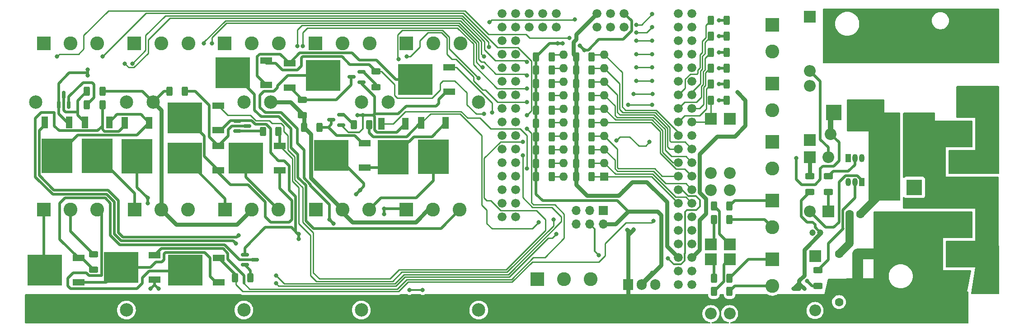
<source format=gbr>
%TF.GenerationSoftware,KiCad,Pcbnew,(6.0.0)*%
%TF.CreationDate,2022-05-15T11:53:32-07:00*%
%TF.ProjectId,Stencil,5374656e-6369-46c2-9e6b-696361645f70,rev?*%
%TF.SameCoordinates,Original*%
%TF.FileFunction,Copper,L2,Bot*%
%TF.FilePolarity,Positive*%
%FSLAX46Y46*%
G04 Gerber Fmt 4.6, Leading zero omitted, Abs format (unit mm)*
G04 Created by KiCad (PCBNEW (6.0.0)) date 2022-05-15 11:53:32*
%MOMM*%
%LPD*%
G01*
G04 APERTURE LIST*
G04 Aperture macros list*
%AMRoundRect*
0 Rectangle with rounded corners*
0 $1 Rounding radius*
0 $2 $3 $4 $5 $6 $7 $8 $9 X,Y pos of 4 corners*
0 Add a 4 corners polygon primitive as box body*
4,1,4,$2,$3,$4,$5,$6,$7,$8,$9,$2,$3,0*
0 Add four circle primitives for the rounded corners*
1,1,$1+$1,$2,$3*
1,1,$1+$1,$4,$5*
1,1,$1+$1,$6,$7*
1,1,$1+$1,$8,$9*
0 Add four rect primitives between the rounded corners*
20,1,$1+$1,$2,$3,$4,$5,0*
20,1,$1+$1,$4,$5,$6,$7,0*
20,1,$1+$1,$6,$7,$8,$9,0*
20,1,$1+$1,$8,$9,$2,$3,0*%
G04 Aperture macros list end*
%TA.AperFunction,ComponentPad*%
%ADD10C,2.500000*%
%TD*%
%TA.AperFunction,ComponentPad*%
%ADD11R,2.600000X2.600000*%
%TD*%
%TA.AperFunction,ComponentPad*%
%ADD12C,2.600000*%
%TD*%
%TA.AperFunction,ComponentPad*%
%ADD13R,1.600000X1.600000*%
%TD*%
%TA.AperFunction,ComponentPad*%
%ADD14O,1.600000X1.600000*%
%TD*%
%TA.AperFunction,ComponentPad*%
%ADD15C,1.600000*%
%TD*%
%TA.AperFunction,ComponentPad*%
%ADD16R,2.200000X2.200000*%
%TD*%
%TA.AperFunction,ComponentPad*%
%ADD17O,2.200000X2.200000*%
%TD*%
%TA.AperFunction,ComponentPad*%
%ADD18R,1.050000X1.500000*%
%TD*%
%TA.AperFunction,ComponentPad*%
%ADD19O,1.050000X1.500000*%
%TD*%
%TA.AperFunction,ComponentPad*%
%ADD20C,1.200000*%
%TD*%
%TA.AperFunction,ComponentPad*%
%ADD21C,1.676400*%
%TD*%
%TA.AperFunction,ComponentPad*%
%ADD22R,3.000000X3.000000*%
%TD*%
%TA.AperFunction,ComponentPad*%
%ADD23O,3.000000X3.000000*%
%TD*%
%TA.AperFunction,ComponentPad*%
%ADD24R,1.905000X2.000000*%
%TD*%
%TA.AperFunction,ComponentPad*%
%ADD25O,1.905000X2.000000*%
%TD*%
%TA.AperFunction,ComponentPad*%
%ADD26R,1.700000X1.700000*%
%TD*%
%TA.AperFunction,ComponentPad*%
%ADD27O,1.700000X1.700000*%
%TD*%
%TA.AperFunction,ComponentPad*%
%ADD28R,3.200000X3.200000*%
%TD*%
%TA.AperFunction,ComponentPad*%
%ADD29O,3.200000X3.200000*%
%TD*%
%TA.AperFunction,ComponentPad*%
%ADD30R,2.000000X2.500000*%
%TD*%
%TA.AperFunction,ComponentPad*%
%ADD31C,2.000000*%
%TD*%
%TA.AperFunction,SMDPad,CuDef*%
%ADD32R,1.200000X2.200000*%
%TD*%
%TA.AperFunction,SMDPad,CuDef*%
%ADD33R,5.800000X6.400000*%
%TD*%
%TA.AperFunction,SMDPad,CuDef*%
%ADD34RoundRect,0.250000X-0.312500X-0.625000X0.312500X-0.625000X0.312500X0.625000X-0.312500X0.625000X0*%
%TD*%
%TA.AperFunction,SMDPad,CuDef*%
%ADD35R,2.200000X1.200000*%
%TD*%
%TA.AperFunction,SMDPad,CuDef*%
%ADD36R,6.400000X5.800000*%
%TD*%
%TA.AperFunction,SMDPad,CuDef*%
%ADD37RoundRect,0.250000X0.625000X-0.312500X0.625000X0.312500X-0.625000X0.312500X-0.625000X-0.312500X0*%
%TD*%
%TA.AperFunction,SMDPad,CuDef*%
%ADD38RoundRect,0.150000X0.587500X0.150000X-0.587500X0.150000X-0.587500X-0.150000X0.587500X-0.150000X0*%
%TD*%
%TA.AperFunction,SMDPad,CuDef*%
%ADD39RoundRect,0.250000X0.312500X0.625000X-0.312500X0.625000X-0.312500X-0.625000X0.312500X-0.625000X0*%
%TD*%
%TA.AperFunction,SMDPad,CuDef*%
%ADD40RoundRect,0.150000X-0.587500X-0.150000X0.587500X-0.150000X0.587500X0.150000X-0.587500X0.150000X0*%
%TD*%
%TA.AperFunction,SMDPad,CuDef*%
%ADD41RoundRect,0.250000X-0.625000X0.312500X-0.625000X-0.312500X0.625000X-0.312500X0.625000X0.312500X0*%
%TD*%
%TA.AperFunction,SMDPad,CuDef*%
%ADD42RoundRect,0.150000X0.150000X-0.587500X0.150000X0.587500X-0.150000X0.587500X-0.150000X-0.587500X0*%
%TD*%
%TA.AperFunction,ViaPad*%
%ADD43C,0.800000*%
%TD*%
%TA.AperFunction,Conductor*%
%ADD44C,0.508000*%
%TD*%
%TA.AperFunction,Conductor*%
%ADD45C,0.254000*%
%TD*%
%TA.AperFunction,Conductor*%
%ADD46C,0.762000*%
%TD*%
%TA.AperFunction,Conductor*%
%ADD47C,0.300000*%
%TD*%
%TA.AperFunction,Conductor*%
%ADD48C,1.500000*%
%TD*%
%TA.AperFunction,Conductor*%
%ADD49C,1.000000*%
%TD*%
%TA.AperFunction,Conductor*%
%ADD50C,2.000000*%
%TD*%
G04 APERTURE END LIST*
D10*
%TO.P,A1,1,Vin*%
%TO.N,N/C*%
X35935000Y-144220000D03*
%TO.P,A1,2,Vout*%
X35935000Y-105220000D03*
%TO.P,A1,3,GND*%
X52935000Y-144220000D03*
%TO.P,A1,4,GND*%
X52935000Y-105220000D03*
%TD*%
D11*
%TO.P,J11,1,Pin_1*%
%TO.N,N/C*%
X37435000Y-94225000D03*
D12*
%TO.P,J11,2,Pin_2*%
X42435000Y-94225000D03*
%TO.P,J11,3,Pin_3*%
X47435000Y-94225000D03*
%TD*%
D13*
%TO.P,SW1,1*%
%TO.N,N/C*%
X142435000Y-119165000D03*
D14*
%TO.P,SW1,2*%
X142435000Y-116625000D03*
%TO.P,SW1,3*%
X142435000Y-114085000D03*
%TO.P,SW1,4*%
X142435000Y-111545000D03*
%TO.P,SW1,5*%
X142435000Y-109005000D03*
%TO.P,SW1,6*%
X142435000Y-106465000D03*
%TO.P,SW1,7*%
X142435000Y-103925000D03*
%TO.P,SW1,8*%
X142435000Y-101385000D03*
%TO.P,SW1,9*%
X142435000Y-98845000D03*
%TO.P,SW1,10*%
X142435000Y-96305000D03*
%TO.P,SW1,11*%
X134815000Y-96305000D03*
%TO.P,SW1,12*%
X134815000Y-98845000D03*
%TO.P,SW1,13*%
X134815000Y-101385000D03*
%TO.P,SW1,14*%
X134815000Y-103925000D03*
%TO.P,SW1,15*%
X134815000Y-106465000D03*
%TO.P,SW1,16*%
X134815000Y-109005000D03*
%TO.P,SW1,17*%
X134815000Y-111545000D03*
%TO.P,SW1,18*%
X134815000Y-114085000D03*
%TO.P,SW1,19*%
X134815000Y-116625000D03*
%TO.P,SW1,20*%
X134815000Y-119165000D03*
%TD*%
D15*
%TO.P,C2,1*%
%TO.N,N/C*%
X190435000Y-126220000D03*
%TO.P,C2,2*%
X188435000Y-126220000D03*
%TD*%
D11*
%TO.P,J20,1,Pin_1*%
%TO.N,N/C*%
X71350000Y-94220000D03*
D12*
%TO.P,J20,2,Pin_2*%
X76430000Y-94220000D03*
%TO.P,J20,3,Pin_3*%
X81510000Y-94220000D03*
%TD*%
D16*
%TO.P,D197,1,K*%
%TO.N,N/C*%
X162435000Y-134720000D03*
D17*
%TO.P,D197,2,A*%
X162435000Y-144880000D03*
%TD*%
D18*
%TO.P,Q44,1,C*%
%TO.N,N/C*%
X188165000Y-115720000D03*
D19*
%TO.P,Q44,2,B*%
X189435000Y-115720000D03*
%TO.P,Q44,3,E*%
X190705000Y-115720000D03*
%TD*%
D16*
%TO.P,D205,1,K*%
%TO.N,N/C*%
X184435000Y-125720000D03*
D17*
%TO.P,D205,2,A*%
X184435000Y-115560000D03*
%TD*%
D16*
%TO.P,D193,1,K*%
%TO.N,N/C*%
X162435000Y-108380000D03*
D17*
%TO.P,D193,2,A*%
X162435000Y-118540000D03*
%TD*%
D16*
%TO.P,D204,1,K*%
%TO.N,N/C*%
X181935000Y-134140000D03*
D17*
%TO.P,D204,2,A*%
X181935000Y-144300000D03*
%TD*%
D20*
%TO.P,C3,1*%
%TO.N,N/C*%
X181435000Y-129720000D03*
%TO.P,C3,2*%
X182935000Y-129720000D03*
%TD*%
D16*
%TO.P,D196,1,K*%
%TO.N,N/C*%
X165935000Y-134720000D03*
D17*
%TO.P,D196,2,A*%
X165935000Y-144880000D03*
%TD*%
D16*
%TO.P,D203,1,K*%
%TO.N,N/C*%
X180935000Y-115560000D03*
D17*
%TO.P,D203,2,A*%
X180935000Y-125720000D03*
%TD*%
D11*
%TO.P,J17,1,Pin_1*%
%TO.N,N/C*%
X209035000Y-138720000D03*
D12*
%TO.P,J17,2,Pin_2*%
X209035000Y-133720000D03*
%TD*%
D18*
%TO.P,Q43,1,C*%
%TO.N,N/C*%
X190705000Y-120220000D03*
D19*
%TO.P,Q43,2,B*%
X189435000Y-120220000D03*
%TO.P,Q43,3,E*%
X188165000Y-120220000D03*
%TD*%
D11*
%TO.P,J19,1,Pin_1*%
%TO.N,N/C*%
X54350000Y-94220000D03*
D12*
%TO.P,J19,2,Pin_2*%
X59430000Y-94220000D03*
%TO.P,J19,3,Pin_3*%
X64510000Y-94220000D03*
%TD*%
D11*
%TO.P,J18,1,Pin_1*%
%TO.N,N/C*%
X209035000Y-127720000D03*
D12*
%TO.P,J18,2,Pin_2*%
X209035000Y-122720000D03*
%TD*%
D11*
%TO.P,J23,1,Pin_1*%
%TO.N,N/C*%
X88350000Y-94220000D03*
D12*
%TO.P,J23,2,Pin_2*%
X93430000Y-94220000D03*
%TO.P,J23,3,Pin_3*%
X98510000Y-94220000D03*
%TD*%
D21*
%TO.P,U1,3V3_1,3V3*%
%TO.N,N/C*%
X158890000Y-131800000D03*
%TO.P,U1,3V3_2,3V3*%
X156350000Y-131800000D03*
%TO.P,U1,5V_1,5V*%
X158890000Y-134340000D03*
%TO.P,U1,5V_2,5V*%
X156350000Y-134340000D03*
%TO.P,U1,5V_3,5V*%
X141110000Y-88620000D03*
%TO.P,U1,A0,A0*%
X123330000Y-126720000D03*
%TO.P,U1,A1,A1*%
X125870000Y-126720000D03*
%TO.P,U1,A2,A2*%
X123330000Y-124180000D03*
%TO.P,U1,A3,A3*%
X125870000Y-124180000D03*
%TO.P,U1,A4,A4*%
X123330000Y-121640000D03*
%TO.P,U1,A5,A5*%
X125870000Y-121640000D03*
%TO.P,U1,A6,A6*%
X123330000Y-119100000D03*
%TO.P,U1,A7,A7*%
X125870000Y-119100000D03*
%TO.P,U1,A8,A8*%
X123330000Y-116560000D03*
%TO.P,U1,A9,A9*%
X125870000Y-116560000D03*
%TO.P,U1,A10,A10*%
X123330000Y-114020000D03*
%TO.P,U1,A11,A11*%
X125870000Y-114020000D03*
%TO.P,U1,A12,A12*%
X123330000Y-111480000D03*
%TO.P,U1,A13,A13*%
X125870000Y-111480000D03*
%TO.P,U1,A14,A14*%
X123330000Y-108940000D03*
%TO.P,U1,A15,A15*%
X125870000Y-108940000D03*
%TO.P,U1,AREF,AREF*%
X156350000Y-129260000D03*
%TO.P,U1,D2,D2*%
X156350000Y-124180000D03*
%TO.P,U1,D3,D3*%
X158890000Y-124180000D03*
%TO.P,U1,D4,D4*%
X156350000Y-121640000D03*
%TO.P,U1,D5,D5*%
X158890000Y-121640000D03*
%TO.P,U1,D6,D6*%
X156350000Y-119100000D03*
%TO.P,U1,D7,D7*%
X158890000Y-119100000D03*
%TO.P,U1,D8,D8*%
X156350000Y-116560000D03*
%TO.P,U1,D9,D9*%
X158890000Y-116560000D03*
%TO.P,U1,D10,D10*%
X156350000Y-114020000D03*
%TO.P,U1,D11,D11*%
X158890000Y-114020000D03*
%TO.P,U1,D12,D12*%
X156350000Y-111480000D03*
%TO.P,U1,D13,D13*%
X158890000Y-111480000D03*
%TO.P,U1,D14,D14*%
X156350000Y-108940000D03*
%TO.P,U1,D15,D15*%
X158890000Y-108940000D03*
%TO.P,U1,D16,D16*%
X156350000Y-106400000D03*
%TO.P,U1,D17,D17*%
X158890000Y-106400000D03*
%TO.P,U1,D18,D18*%
X156350000Y-103860000D03*
%TO.P,U1,D19,D19*%
X158890000Y-103860000D03*
%TO.P,U1,D20,D20*%
X156350000Y-101320000D03*
%TO.P,U1,D21,D21*%
X158890000Y-101320000D03*
%TO.P,U1,D22,D22*%
X156350000Y-98780000D03*
%TO.P,U1,D23,D23*%
X158890000Y-98780000D03*
%TO.P,U1,D24,D24*%
X156350000Y-96240000D03*
%TO.P,U1,D25,D25*%
X158890000Y-96240000D03*
%TO.P,U1,D26,D26*%
X156350000Y-93700000D03*
%TO.P,U1,D27,D27*%
X158890000Y-93700000D03*
%TO.P,U1,D28,D28*%
X156350000Y-91160000D03*
%TO.P,U1,D29,D29*%
X158890000Y-91160000D03*
%TO.P,U1,D30,D30*%
X156350000Y-88620000D03*
%TO.P,U1,D31,D31*%
X158890000Y-88620000D03*
%TO.P,U1,D32,D32*%
X123330000Y-106400000D03*
%TO.P,U1,D33,D33*%
X125870000Y-106400000D03*
%TO.P,U1,D34,D34*%
X123330000Y-103860000D03*
%TO.P,U1,D35,D35*%
X125870000Y-103860000D03*
%TO.P,U1,D36,D36*%
X123330000Y-101320000D03*
%TO.P,U1,D37,D37*%
X125870000Y-101320000D03*
%TO.P,U1,D38,D38*%
X123330000Y-98780000D03*
%TO.P,U1,D39,D39*%
X125870000Y-98780000D03*
%TO.P,U1,D40,D40*%
X123330000Y-96240000D03*
%TO.P,U1,D41,D41*%
X125870000Y-96240000D03*
%TO.P,U1,D42,D42*%
X123330000Y-93700000D03*
%TO.P,U1,D43,D43*%
X125870000Y-93700000D03*
%TO.P,U1,D44,D44*%
X123330000Y-91160000D03*
%TO.P,U1,D45,D45*%
X125870000Y-91160000D03*
%TO.P,U1,D46,D46*%
X123330000Y-88620000D03*
%TO.P,U1,D47,D47*%
X125870000Y-88620000D03*
%TO.P,U1,D48,D48*%
X128410000Y-88620000D03*
%TO.P,U1,D49,D49*%
X128410000Y-91160000D03*
%TO.P,U1,D50,D50*%
X130950000Y-88620000D03*
%TO.P,U1,D51,D51*%
X130950000Y-91160000D03*
%TO.P,U1,D52,D52*%
X133490000Y-88620000D03*
%TO.P,U1,D53,D53*%
X133490000Y-91160000D03*
%TO.P,U1,GND_1,GND*%
X158890000Y-136880000D03*
%TO.P,U1,GND_2,GND*%
X156350000Y-136880000D03*
%TO.P,U1,GND_3,GND*%
X146190000Y-88620000D03*
%TO.P,U1,MISO,MISO*%
X141110000Y-91160000D03*
%TO.P,U1,MOSI,MOSI*%
X143650000Y-88620000D03*
%TO.P,U1,RESET,RESET*%
X146190000Y-91160000D03*
%TO.P,U1,RST,RST*%
X158890000Y-129260000D03*
%TO.P,U1,RX,RX*%
X156350000Y-126720000D03*
%TO.P,U1,SCK,SCK*%
X143650000Y-91160000D03*
%TO.P,U1,TX,TX*%
X158890000Y-126720000D03*
%TO.P,U1,VIN_1,VIN*%
X158890000Y-139420000D03*
%TO.P,U1,VIN_2,VIN*%
X156350000Y-139420000D03*
%TD*%
D22*
%TO.P,Q41,1,G*%
%TO.N,N/C*%
X185435000Y-107220000D03*
D23*
%TO.P,Q41,3,S*%
X190515000Y-107220000D03*
%TD*%
D16*
%TO.P,D202,1,K*%
%TO.N,N/C*%
X195015000Y-111220000D03*
D17*
%TO.P,D202,2,A*%
X184855000Y-111220000D03*
%TD*%
D15*
%TO.P,C5,1*%
%TO.N,N/C*%
X189935000Y-142720000D03*
%TO.P,C5,2*%
X186435000Y-142720000D03*
%TD*%
D16*
%TO.P,D198,1,K*%
%TO.N,N/C*%
X165935000Y-108360000D03*
D17*
%TO.P,D198,2,A*%
X165935000Y-118520000D03*
%TD*%
D15*
%TO.P,C4,1*%
%TO.N,N/C*%
X189935000Y-133720000D03*
%TO.P,C4,2*%
X186435000Y-133720000D03*
%TD*%
D24*
%TO.P,U2,1,IN*%
%TO.N,N/C*%
X146895000Y-139450000D03*
D25*
%TO.P,U2,2,GND*%
X149435000Y-139450000D03*
%TO.P,U2,3,OUT*%
X151975000Y-139450000D03*
%TD*%
D10*
%TO.P,A4,1,Vin*%
%TO.N,N/C*%
X101935000Y-144220000D03*
%TO.P,A4,2,Vout*%
X101935000Y-105220000D03*
%TO.P,A4,3,GND*%
X118935000Y-144220000D03*
%TO.P,A4,4,GND*%
X118935000Y-105220000D03*
%TD*%
%TO.P,A3,1,Vin*%
%TO.N,N/C*%
X79935000Y-144220000D03*
%TO.P,A3,2,Vout*%
X79935000Y-105220000D03*
%TO.P,A3,3,GND*%
X96935000Y-144220000D03*
%TO.P,A3,4,GND*%
X96935000Y-105220000D03*
%TD*%
D22*
%TO.P,Q42,1,G*%
%TO.N,N/C*%
X200535000Y-121220000D03*
D23*
%TO.P,Q42,3,S*%
X195455000Y-121220000D03*
%TD*%
D16*
%TO.P,D195,1,K*%
%TO.N,N/C*%
X165935000Y-131880000D03*
D17*
%TO.P,D195,2,A*%
X165935000Y-121720000D03*
%TD*%
D11*
%TO.P,J29,1,Pin_1*%
%TO.N,N/C*%
X209035000Y-116720000D03*
D12*
%TO.P,J29,2,Pin_2*%
X209035000Y-111720000D03*
%TD*%
D16*
%TO.P,D194,1,K*%
%TO.N,N/C*%
X162435000Y-131880000D03*
D17*
%TO.P,D194,2,A*%
X162435000Y-121720000D03*
%TD*%
D16*
%TO.P,D200,1,K*%
%TO.N,N/C*%
X180935000Y-112380000D03*
D17*
%TO.P,D200,2,A*%
X180935000Y-102220000D03*
%TD*%
D16*
%TO.P,D199,1,K*%
%TO.N,N/C*%
X180935000Y-89220000D03*
D17*
%TO.P,D199,2,A*%
X180935000Y-99380000D03*
%TD*%
D26*
%TO.P,J31,1,Pin_1*%
%TO.N,N/C*%
X142310000Y-125570000D03*
D27*
%TO.P,J31,2,Pin_2*%
X142310000Y-128110000D03*
%TO.P,J31,3,Pin_3*%
X139770000Y-125570000D03*
%TO.P,J31,4,Pin_4*%
X139770000Y-128110000D03*
%TO.P,J31,5,Pin_5*%
X137230000Y-125570000D03*
%TO.P,J31,6,Pin_6*%
X137230000Y-128110000D03*
%TD*%
D11*
%TO.P,J25,1,Pin_1*%
%TO.N,N/C*%
X105355000Y-94220000D03*
D12*
%TO.P,J25,2,Pin_2*%
X110435000Y-94220000D03*
%TO.P,J25,3,Pin_3*%
X115515000Y-94220000D03*
%TD*%
D10*
%TO.P,A2,1,Vin*%
%TO.N,N/C*%
X57935000Y-144220000D03*
%TO.P,A2,2,Vout*%
X57935000Y-105220000D03*
%TO.P,A2,3,GND*%
X74935000Y-144220000D03*
%TO.P,A2,4,GND*%
X74935000Y-105220000D03*
%TD*%
D28*
%TO.P,D201,1,A1*%
%TO.N,N/C*%
X200435000Y-89720000D03*
D29*
%TO.P,D201,2,A2*%
X200435000Y-109720000D03*
%TD*%
D30*
%TO.P,F1,1*%
%TO.N,N/C*%
X210340000Y-91115000D03*
X214340000Y-91115000D03*
%TO.P,F1,2*%
X214340000Y-104515000D03*
X210340000Y-104515000D03*
%TD*%
D31*
%TO.P,C1,1*%
%TO.N,N/C*%
X196435000Y-116220000D03*
%TO.P,C1,2*%
X201435000Y-116220000D03*
%TD*%
D32*
%TO.P,Q13,1,G*%
%TO.N,N/C*%
X45155000Y-109020000D03*
D33*
%TO.P,Q13,2,D*%
X47435000Y-115320000D03*
D32*
%TO.P,Q13,3,S*%
X49715000Y-109020000D03*
%TD*%
D34*
%TO.P,R106,1*%
%TO.N,N/C*%
X78492500Y-110740000D03*
%TO.P,R106,2*%
X81417500Y-110740000D03*
%TD*%
D35*
%TO.P,Q7,1,G*%
%TO.N,N/C*%
X58210000Y-133940000D03*
D36*
%TO.P,Q7,2,D*%
X51910000Y-136220000D03*
D35*
%TO.P,Q7,3,S*%
X58210000Y-138500000D03*
%TD*%
D11*
%TO.P,J15,1,Pin_1*%
%TO.N,N/C*%
X88435000Y-125420000D03*
D12*
%TO.P,J15,2,Pin_2*%
X93435000Y-125420000D03*
%TO.P,J15,3,Pin_3*%
X98435000Y-125420000D03*
%TD*%
D37*
%TO.P,R145,1*%
%TO.N,N/C*%
X182455000Y-139662500D03*
%TO.P,R145,2*%
X182455000Y-136737500D03*
%TD*%
D38*
%TO.P,Q30,1,B*%
%TO.N,N/C*%
X96972500Y-99570000D03*
%TO.P,Q30,2,E*%
X96972500Y-101470000D03*
%TO.P,Q30,3,C*%
X95097500Y-100520000D03*
%TD*%
D34*
%TO.P,R160,1*%
%TO.N,N/C*%
X137167500Y-106740000D03*
%TO.P,R160,2*%
X140092500Y-106740000D03*
%TD*%
D37*
%TO.P,R122,1*%
%TO.N,N/C*%
X99705000Y-102412500D03*
%TO.P,R122,2*%
X99705000Y-99487500D03*
%TD*%
D34*
%TO.P,R110,1*%
%TO.N,N/C*%
X45492500Y-105740000D03*
%TO.P,R110,2*%
X48417500Y-105740000D03*
%TD*%
%TO.P,R158,1*%
%TO.N,N/C*%
X137167500Y-109240000D03*
%TO.P,R158,2*%
X140092500Y-109240000D03*
%TD*%
%TO.P,R168,1*%
%TO.N,N/C*%
X137167500Y-96740000D03*
%TO.P,R168,2*%
X140092500Y-96740000D03*
%TD*%
D11*
%TO.P,J22,1,Pin_1*%
%TO.N,N/C*%
X173935000Y-101720000D03*
D12*
%TO.P,J22,2,Pin_2*%
X173935000Y-106720000D03*
%TD*%
D35*
%TO.P,Q9,1,G*%
%TO.N,N/C*%
X70135000Y-113440000D03*
D36*
%TO.P,Q9,2,D*%
X63835000Y-115720000D03*
D35*
%TO.P,Q9,3,S*%
X70135000Y-118000000D03*
%TD*%
D34*
%TO.P,R151,1*%
%TO.N,N/C*%
X129667500Y-119240000D03*
%TO.P,R151,2*%
X132592500Y-119240000D03*
%TD*%
D38*
%TO.P,Q22,1,B*%
%TO.N,N/C*%
X93172500Y-107620000D03*
%TO.P,Q22,2,E*%
X93172500Y-109520000D03*
%TO.P,Q22,3,C*%
X91297500Y-108570000D03*
%TD*%
D34*
%TO.P,R133,1*%
%TO.N,N/C*%
X162992500Y-124740000D03*
%TO.P,R133,2*%
X165917500Y-124740000D03*
%TD*%
%TO.P,R156,1*%
%TO.N,N/C*%
X137110000Y-111720000D03*
%TO.P,R156,2*%
X140035000Y-111720000D03*
%TD*%
D11*
%TO.P,J27,1,Pin_1*%
%TO.N,N/C*%
X173935000Y-123720000D03*
D12*
%TO.P,J27,2,Pin_2*%
X173935000Y-128720000D03*
%TD*%
D32*
%TO.P,Q14,1,G*%
%TO.N,N/C*%
X52630000Y-109095000D03*
D33*
%TO.P,Q14,2,D*%
X54910000Y-115395000D03*
D32*
%TO.P,Q14,3,S*%
X57190000Y-109095000D03*
%TD*%
D34*
%TO.P,R152,1*%
%TO.N,N/C*%
X137167500Y-116740000D03*
%TO.P,R152,2*%
X140092500Y-116740000D03*
%TD*%
D39*
%TO.P,R102,1*%
%TO.N,N/C*%
X76177500Y-138200000D03*
%TO.P,R102,2*%
X73252500Y-138200000D03*
%TD*%
D32*
%TO.P,Q15,1,G*%
%TO.N,N/C*%
X37655000Y-109020000D03*
D33*
%TO.P,Q15,2,D*%
X39935000Y-115320000D03*
D32*
%TO.P,Q15,3,S*%
X42215000Y-109020000D03*
%TD*%
D34*
%TO.P,R157,1*%
%TO.N,N/C*%
X129667500Y-111720000D03*
%TO.P,R157,2*%
X132592500Y-111720000D03*
%TD*%
D40*
%TO.P,Q12,1,B*%
%TO.N,N/C*%
X73647500Y-110670000D03*
%TO.P,Q12,2,E*%
X73647500Y-108770000D03*
%TO.P,Q12,3,C*%
X75522500Y-109720000D03*
%TD*%
D11*
%TO.P,J14,1,Pin_1*%
%TO.N,N/C*%
X54435000Y-125415000D03*
D12*
%TO.P,J14,2,Pin_2*%
X59435000Y-125415000D03*
%TO.P,J14,3,Pin_3*%
X64435000Y-125415000D03*
%TD*%
D34*
%TO.P,R164,1*%
%TO.N,N/C*%
X137167500Y-101740000D03*
%TO.P,R164,2*%
X140092500Y-101740000D03*
%TD*%
D35*
%TO.P,Q6,1,G*%
%TO.N,N/C*%
X70210000Y-134465000D03*
D36*
%TO.P,Q6,2,D*%
X63910000Y-136745000D03*
D35*
%TO.P,Q6,3,S*%
X70210000Y-139025000D03*
%TD*%
D32*
%TO.P,Q19,1,G*%
%TO.N,N/C*%
X100655000Y-109270000D03*
D33*
%TO.P,Q19,2,D*%
X102935000Y-115570000D03*
D32*
%TO.P,Q19,3,S*%
X105215000Y-109270000D03*
%TD*%
D34*
%TO.P,R167,1*%
%TO.N,N/C*%
X129667500Y-99240000D03*
%TO.P,R167,2*%
X132592500Y-99240000D03*
%TD*%
D11*
%TO.P,J24,1,Pin_1*%
%TO.N,N/C*%
X173935000Y-90720000D03*
D12*
%TO.P,J24,2,Pin_2*%
X173935000Y-95720000D03*
%TD*%
D34*
%TO.P,R134,1*%
%TO.N,N/C*%
X162992500Y-140740000D03*
%TO.P,R134,2*%
X165917500Y-140740000D03*
%TD*%
D39*
%TO.P,R111,1*%
%TO.N,N/C*%
X165360000Y-98880000D03*
%TO.P,R111,2*%
X162435000Y-98880000D03*
%TD*%
D35*
%TO.P,Q10,1,G*%
%TO.N,N/C*%
X81635000Y-113440000D03*
D36*
%TO.P,Q10,2,D*%
X75335000Y-115720000D03*
D35*
%TO.P,Q10,3,S*%
X81635000Y-118000000D03*
%TD*%
D34*
%TO.P,R135,1*%
%TO.N,N/C*%
X162992500Y-138240000D03*
%TO.P,R135,2*%
X165917500Y-138240000D03*
%TD*%
%TO.P,R166,1*%
%TO.N,N/C*%
X137167500Y-99240000D03*
%TO.P,R166,2*%
X140092500Y-99240000D03*
%TD*%
D32*
%TO.P,Q18,1,G*%
%TO.N,N/C*%
X108155000Y-109170000D03*
D33*
%TO.P,Q18,2,D*%
X110435000Y-115470000D03*
D32*
%TO.P,Q18,3,S*%
X112715000Y-109170000D03*
%TD*%
D34*
%TO.P,R155,1*%
%TO.N,N/C*%
X129667500Y-114240000D03*
%TO.P,R155,2*%
X132592500Y-114240000D03*
%TD*%
%TO.P,R154,1*%
%TO.N,N/C*%
X137167500Y-114240000D03*
%TO.P,R154,2*%
X140092500Y-114240000D03*
%TD*%
%TO.P,R114,1*%
%TO.N,N/C*%
X95492500Y-109440000D03*
%TO.P,R114,2*%
X98417500Y-109440000D03*
%TD*%
D11*
%TO.P,J30,1,Pin_1*%
%TO.N,N/C*%
X129935000Y-138415000D03*
D12*
%TO.P,J30,2,Pin_2*%
X134935000Y-138415000D03*
%TO.P,J30,3,Pin_3*%
X139935000Y-138415000D03*
%TD*%
D39*
%TO.P,R99,1*%
%TO.N,N/C*%
X165360000Y-89880000D03*
%TO.P,R99,2*%
X162435000Y-89880000D03*
%TD*%
D41*
%TO.P,R121,1*%
%TO.N,N/C*%
X85915000Y-104777500D03*
%TO.P,R121,2*%
X85915000Y-107702500D03*
%TD*%
D34*
%TO.P,R150,1*%
%TO.N,N/C*%
X137167500Y-119240000D03*
%TO.P,R150,2*%
X140092500Y-119240000D03*
%TD*%
D35*
%TO.P,Q26,1,G*%
%TO.N,N/C*%
X79135000Y-97440000D03*
D36*
%TO.P,Q26,2,D*%
X72835000Y-99720000D03*
D35*
%TO.P,Q26,3,S*%
X79135000Y-102000000D03*
%TD*%
D34*
%TO.P,R153,1*%
%TO.N,N/C*%
X129667500Y-116740000D03*
%TO.P,R153,2*%
X132592500Y-116740000D03*
%TD*%
D39*
%TO.P,R107,1*%
%TO.N,N/C*%
X165360000Y-95880000D03*
%TO.P,R107,2*%
X162435000Y-95880000D03*
%TD*%
D11*
%TO.P,J12,1,Pin_1*%
%TO.N,N/C*%
X37435000Y-125415000D03*
D12*
%TO.P,J12,2,Pin_2*%
X42435000Y-125415000D03*
%TO.P,J12,3,Pin_3*%
X47435000Y-125415000D03*
%TD*%
D11*
%TO.P,J16,1,Pin_1*%
%TO.N,N/C*%
X105385000Y-125420000D03*
D12*
%TO.P,J16,2,Pin_2*%
X110385000Y-125420000D03*
%TO.P,J16,3,Pin_3*%
X115385000Y-125420000D03*
%TD*%
D34*
%TO.P,R165,1*%
%TO.N,N/C*%
X129667500Y-101740000D03*
%TO.P,R165,2*%
X132592500Y-101740000D03*
%TD*%
D35*
%TO.P,Q27,1,G*%
%TO.N,N/C*%
X113385000Y-98690000D03*
D36*
%TO.P,Q27,2,D*%
X107085000Y-100970000D03*
D35*
%TO.P,Q27,3,S*%
X113385000Y-103250000D03*
%TD*%
D34*
%TO.P,R162,1*%
%TO.N,N/C*%
X137167500Y-104240000D03*
%TO.P,R162,2*%
X140092500Y-104240000D03*
%TD*%
D11*
%TO.P,J21,1,Pin_1*%
%TO.N,N/C*%
X173935000Y-112720000D03*
D12*
%TO.P,J21,2,Pin_2*%
X173935000Y-117720000D03*
%TD*%
D39*
%TO.P,R105,1*%
%TO.N,N/C*%
X63877500Y-103200000D03*
%TO.P,R105,2*%
X60952500Y-103200000D03*
%TD*%
D35*
%TO.P,Q5,1,G*%
%TO.N,N/C*%
X43935000Y-134440000D03*
D36*
%TO.P,Q5,2,D*%
X37635000Y-136720000D03*
D35*
%TO.P,Q5,3,S*%
X43935000Y-139000000D03*
%TD*%
D39*
%TO.P,R113,1*%
%TO.N,N/C*%
X89127500Y-109950000D03*
%TO.P,R113,2*%
X86202500Y-109950000D03*
%TD*%
D11*
%TO.P,J26,1,Pin_1*%
%TO.N,N/C*%
X173935000Y-134720000D03*
D12*
%TO.P,J26,2,Pin_2*%
X173935000Y-139720000D03*
%TD*%
D35*
%TO.P,Q25,1,G*%
%TO.N,N/C*%
X83485000Y-102500000D03*
D36*
%TO.P,Q25,2,D*%
X89785000Y-100220000D03*
D35*
%TO.P,Q25,3,S*%
X83485000Y-97940000D03*
%TD*%
%TO.P,Q17,1,G*%
%TO.N,N/C*%
X97560000Y-112940000D03*
D36*
%TO.P,Q17,2,D*%
X91260000Y-115220000D03*
D35*
%TO.P,Q17,3,S*%
X97560000Y-117500000D03*
%TD*%
D37*
%TO.P,R149,1*%
%TO.N,N/C*%
X180955000Y-122082500D03*
%TO.P,R149,2*%
X180955000Y-119157500D03*
%TD*%
D34*
%TO.P,R132,1*%
%TO.N,N/C*%
X162992500Y-127240000D03*
%TO.P,R132,2*%
X165917500Y-127240000D03*
%TD*%
D37*
%TO.P,R101,1*%
%TO.N,N/C*%
X46755000Y-136662500D03*
%TO.P,R101,2*%
X46755000Y-133737500D03*
%TD*%
D34*
%TO.P,R163,1*%
%TO.N,N/C*%
X129667500Y-104240000D03*
%TO.P,R163,2*%
X132592500Y-104240000D03*
%TD*%
D39*
%TO.P,R116,1*%
%TO.N,N/C*%
X165360000Y-101880000D03*
%TO.P,R116,2*%
X162435000Y-101880000D03*
%TD*%
%TO.P,R103,1*%
%TO.N,N/C*%
X165360000Y-92880000D03*
%TO.P,R103,2*%
X162435000Y-92880000D03*
%TD*%
D42*
%TO.P,Q16,1,B*%
%TO.N,N/C*%
X42135000Y-105757500D03*
%TO.P,Q16,2,E*%
X40235000Y-105757500D03*
%TO.P,Q16,3,C*%
X41185000Y-103882500D03*
%TD*%
D11*
%TO.P,J13,1,Pin_1*%
%TO.N,N/C*%
X71435000Y-125415000D03*
D12*
%TO.P,J13,2,Pin_2*%
X76435000Y-125415000D03*
%TO.P,J13,3,Pin_3*%
X81435000Y-125415000D03*
%TD*%
D34*
%TO.P,R161,1*%
%TO.N,N/C*%
X129667500Y-106740000D03*
%TO.P,R161,2*%
X132592500Y-106740000D03*
%TD*%
D35*
%TO.P,Q11,1,G*%
%TO.N,N/C*%
X70135000Y-105940000D03*
D36*
%TO.P,Q11,2,D*%
X63835000Y-108220000D03*
D35*
%TO.P,Q11,3,S*%
X70135000Y-110500000D03*
%TD*%
D40*
%TO.P,Q8,1,B*%
%TO.N,N/C*%
X75097500Y-135720000D03*
%TO.P,Q8,2,E*%
X75097500Y-133820000D03*
%TO.P,Q8,3,C*%
X76972500Y-134770000D03*
%TD*%
D34*
%TO.P,R169,1*%
%TO.N,N/C*%
X129667500Y-96740000D03*
%TO.P,R169,2*%
X132592500Y-96740000D03*
%TD*%
D39*
%TO.P,R118,1*%
%TO.N,N/C*%
X165360000Y-104880000D03*
%TO.P,R118,2*%
X162435000Y-104880000D03*
%TD*%
D37*
%TO.P,R147,1*%
%TO.N,N/C*%
X184435000Y-122065000D03*
%TO.P,R147,2*%
X184435000Y-119140000D03*
%TD*%
D34*
%TO.P,R109,1*%
%TO.N,N/C*%
X45510000Y-103220000D03*
%TO.P,R109,2*%
X48435000Y-103220000D03*
%TD*%
%TO.P,R159,1*%
%TO.N,N/C*%
X129667500Y-109220000D03*
%TO.P,R159,2*%
X132592500Y-109220000D03*
%TD*%
D43*
%TO.N,*%
X205435000Y-112720000D03*
X85235000Y-129920000D03*
X196935000Y-108220000D03*
X151435000Y-101220000D03*
X136935000Y-89720000D03*
X214435000Y-135220000D03*
X203935000Y-139720000D03*
X127935000Y-97720000D03*
X211935000Y-88720000D03*
X215935000Y-113220000D03*
X202935000Y-93220000D03*
X214935000Y-88720000D03*
X193935000Y-108220000D03*
X208435000Y-129720000D03*
X148435000Y-101220000D03*
X90935000Y-127220000D03*
X193935000Y-114220000D03*
X200235000Y-114220000D03*
X80935000Y-139220000D03*
X148435000Y-93720000D03*
X146085000Y-121820000D03*
X96685000Y-121720000D03*
X133685000Y-94220000D03*
X215935000Y-129220000D03*
X203935000Y-123220000D03*
X214435000Y-127720000D03*
X144685000Y-112470000D03*
X45635000Y-99120000D03*
X206935000Y-129220000D03*
X195435000Y-91720000D03*
X203435000Y-108220000D03*
X211435000Y-123220000D03*
X127935000Y-110220000D03*
X206935000Y-138220000D03*
X205435000Y-129220000D03*
X196935000Y-111220000D03*
X214435000Y-108720000D03*
X196935000Y-93220000D03*
X127185000Y-112720000D03*
X203935000Y-138220000D03*
X214935000Y-93220000D03*
X196930757Y-88713820D03*
X151435000Y-91220000D03*
X118935000Y-100720000D03*
X214435000Y-130720000D03*
X205435000Y-130720000D03*
X203935000Y-118720000D03*
X68935000Y-94220000D03*
X212935000Y-113220000D03*
X151435000Y-105720000D03*
X215935000Y-138220000D03*
X198456582Y-93219260D03*
X212935000Y-111720000D03*
X205435000Y-111220000D03*
X45635000Y-100270000D03*
X215935000Y-107220000D03*
X214435000Y-121720000D03*
X101185000Y-126220000D03*
X215935000Y-108720000D03*
X95935000Y-122470000D03*
X192435000Y-109720000D03*
X84935000Y-94720000D03*
X101185000Y-125220000D03*
X214435000Y-117720000D03*
X215935000Y-110220000D03*
X212935000Y-121720000D03*
X214435000Y-126220000D03*
X214435000Y-113220000D03*
X127935000Y-105220000D03*
X146935000Y-105720000D03*
X214435000Y-129220000D03*
X212935000Y-130720000D03*
X147935000Y-103720000D03*
X163935000Y-89880000D03*
X120935000Y-90220000D03*
X57435000Y-140220000D03*
X67435000Y-94220000D03*
X195435000Y-88720000D03*
X52635000Y-98020000D03*
X192435000Y-105220000D03*
X203935000Y-136720000D03*
X85935000Y-94720000D03*
X214435000Y-123220000D03*
X203935000Y-109720000D03*
X39935000Y-96720000D03*
X199535000Y-117920000D03*
X85235000Y-130920000D03*
X151435000Y-98720000D03*
X119935000Y-96720000D03*
X211435000Y-120220000D03*
X196935000Y-112720000D03*
X151435000Y-137219999D03*
X212935000Y-110220000D03*
X201435000Y-93220000D03*
X203435000Y-114220000D03*
X163935000Y-104880000D03*
X193935000Y-106720000D03*
X196935000Y-109720000D03*
X205435000Y-124720000D03*
X214435000Y-124720000D03*
X215935000Y-123220000D03*
X205435000Y-115720000D03*
X205435000Y-138220000D03*
X201289975Y-112716816D03*
X203935000Y-120220000D03*
X215935000Y-139720000D03*
X196935000Y-90220000D03*
X120879711Y-94864711D03*
X147935000Y-129070000D03*
X211435000Y-121720000D03*
X192435000Y-118720000D03*
X211435000Y-107220000D03*
X205435000Y-118720000D03*
X105435000Y-96720000D03*
X148435000Y-98720000D03*
X56935000Y-124220000D03*
X212935000Y-114720000D03*
X192435000Y-120220000D03*
X215935000Y-126220000D03*
X192435000Y-114220000D03*
X214435000Y-139720000D03*
X214435000Y-136720000D03*
X205435000Y-127720000D03*
X214435000Y-114720000D03*
X119935000Y-107470000D03*
X195435000Y-114220000D03*
X127935000Y-100220000D03*
X199735000Y-112870000D03*
X190935000Y-109720000D03*
X212935000Y-132220000D03*
X192435000Y-121720000D03*
X212935000Y-139720000D03*
X215935000Y-127720000D03*
X97185000Y-107720000D03*
X154335000Y-134520000D03*
X212935000Y-136720000D03*
X203935000Y-133720000D03*
X214435000Y-116220000D03*
X205435000Y-139720000D03*
X141385000Y-133920000D03*
X167385000Y-103370000D03*
X196935000Y-123220000D03*
X205435000Y-133720000D03*
X203935000Y-129220000D03*
X213435000Y-88720000D03*
X212935000Y-117720000D03*
X204435000Y-93220000D03*
X188935000Y-109720000D03*
X203435000Y-117220000D03*
X151435000Y-93720000D03*
X193935000Y-105220000D03*
X214435000Y-111720000D03*
X215935000Y-120220000D03*
X163935000Y-95880000D03*
X133435000Y-129970000D03*
X195435000Y-118720000D03*
X205435000Y-135220000D03*
X127935000Y-102720000D03*
X196935000Y-118720000D03*
X54035000Y-98020000D03*
X212935000Y-126220000D03*
X214435000Y-107220000D03*
X212935000Y-116220000D03*
X215935000Y-114720000D03*
X138685000Y-95470000D03*
X206935000Y-127720000D03*
X193935000Y-115720000D03*
X215935000Y-130720000D03*
X137834400Y-94663000D03*
X212935000Y-107220000D03*
X212935000Y-120220000D03*
X201835000Y-114020000D03*
X163935000Y-92880000D03*
X103935000Y-97220000D03*
X205435000Y-132220000D03*
X215935000Y-117720000D03*
X210435000Y-93220000D03*
X215935000Y-133720000D03*
X192435000Y-112720000D03*
X203935000Y-112720000D03*
X203935000Y-124720000D03*
X146785000Y-129170000D03*
X214435000Y-110220000D03*
X203935000Y-135220000D03*
X195435000Y-90220000D03*
X213435000Y-93220000D03*
X205935000Y-93220000D03*
X48435000Y-96720000D03*
X208935000Y-93220000D03*
X212935000Y-129220000D03*
X210435000Y-88720000D03*
X192435000Y-115720000D03*
X212935000Y-123220000D03*
X180435000Y-138720000D03*
X199935000Y-93220000D03*
X214435000Y-138220000D03*
X193935000Y-118720000D03*
X193935000Y-123220000D03*
X214435000Y-120220000D03*
X192435000Y-111220000D03*
X151435000Y-96220000D03*
X193935000Y-117220000D03*
X203935000Y-130720000D03*
X192435000Y-123220000D03*
X199585000Y-115620000D03*
X130185000Y-127720000D03*
X212935000Y-135220000D03*
X208435000Y-120220000D03*
X73935000Y-130220000D03*
X212935000Y-138220000D03*
X105935000Y-140470000D03*
X211935000Y-93220000D03*
X195435000Y-93220000D03*
X205435000Y-123220000D03*
X215935000Y-135220000D03*
X205435000Y-136720000D03*
X145210000Y-122695000D03*
X215935000Y-111720000D03*
X188935000Y-105220000D03*
X203935000Y-127720000D03*
X212935000Y-108720000D03*
X215935000Y-136720000D03*
X151685000Y-127470000D03*
X108435000Y-140470000D03*
X215935000Y-124720000D03*
X135935000Y-93220000D03*
X203935000Y-132220000D03*
X178954489Y-140200511D03*
X212935000Y-133720000D03*
X203935000Y-111220000D03*
X179935000Y-140220000D03*
X56935000Y-123220000D03*
X212935000Y-127720000D03*
X201235000Y-118220000D03*
X96185000Y-107720000D03*
X91685000Y-127970000D03*
X212935000Y-124720000D03*
X148435000Y-96220000D03*
X214435000Y-133720000D03*
X205435000Y-120220000D03*
X132935000Y-127220000D03*
X205435000Y-121720000D03*
X206935000Y-139720000D03*
X196935000Y-91720000D03*
X148435000Y-90720000D03*
X177935000Y-140220000D03*
X121435000Y-107220000D03*
X163935000Y-98880000D03*
X196935000Y-114220000D03*
X151435000Y-88720000D03*
X215935000Y-116220000D03*
X192435000Y-117220000D03*
X163935000Y-101880000D03*
X127935000Y-107720000D03*
X151455000Y-103700000D03*
X134685000Y-94220000D03*
X208935000Y-88720000D03*
X207435000Y-93220000D03*
X80935000Y-137720000D03*
X119685000Y-98720000D03*
X150935000Y-112720000D03*
X127935000Y-117720000D03*
X73435000Y-131720000D03*
X148435000Y-92220000D03*
X209935000Y-120220000D03*
X195435000Y-108220000D03*
X214435000Y-132220000D03*
X203935000Y-121720000D03*
X215935000Y-132220000D03*
X202371978Y-111862603D03*
X178435000Y-115720000D03*
X127185000Y-115220000D03*
X215935000Y-121720000D03*
X209935000Y-129720000D03*
X211435000Y-124720000D03*
X205435000Y-109720000D03*
X58935000Y-140220000D03*
X206935000Y-120220000D03*
X209935000Y-107220000D03*
%TD*%
D44*
%TO.N,*%
X85235000Y-129920000D02*
X85235000Y-130920000D01*
D45*
X83185000Y-114220000D02*
X84469040Y-115504040D01*
X158890000Y-108940000D02*
X161875000Y-108940000D01*
D44*
X55935000Y-103220000D02*
X57935000Y-105220000D01*
X68602000Y-137917000D02*
X68602000Y-134429978D01*
D46*
X146785000Y-129170000D02*
X146895000Y-129280000D01*
D44*
X83850040Y-128720000D02*
X78935000Y-128720000D01*
D45*
X119435000Y-93915643D02*
X119435000Y-96220000D01*
D44*
X87435000Y-120719416D02*
X87435000Y-120970000D01*
X162992500Y-127240000D02*
X162992500Y-131322500D01*
D45*
X144888520Y-103838520D02*
X144888520Y-107173520D01*
X124262812Y-137109440D02*
X132935000Y-128437252D01*
D44*
X181377500Y-139662500D02*
X180435000Y-138720000D01*
X45635000Y-99770000D02*
X45635000Y-99120000D01*
D45*
X119935000Y-115767849D02*
X122935000Y-112767849D01*
D46*
X160308711Y-122193711D02*
X160308711Y-114946289D01*
D44*
X43935000Y-139000000D02*
X49130000Y-139000000D01*
D45*
X151435000Y-103720000D02*
X147935000Y-103720000D01*
D46*
X146895000Y-139450000D02*
X146895000Y-142180000D01*
D44*
X96972500Y-101470000D02*
X96972500Y-101757500D01*
D45*
X142435000Y-96305000D02*
X145795560Y-99665560D01*
D46*
X182935000Y-129720000D02*
X182935000Y-129889496D01*
D44*
X83637500Y-102500000D02*
X85915000Y-104777500D01*
D45*
X111685000Y-102970000D02*
X111685000Y-101720000D01*
D46*
X87479489Y-119464489D02*
X87479489Y-111226989D01*
D44*
X36935000Y-107220000D02*
X35873969Y-108281031D01*
D46*
X83685000Y-105220000D02*
X79935000Y-105220000D01*
D45*
X43935000Y-96220000D02*
X44935000Y-95220000D01*
D44*
X41435000Y-123220000D02*
X40435000Y-124220000D01*
D45*
X154935000Y-112720000D02*
X154749080Y-112534080D01*
D44*
X93292022Y-96720000D02*
X94792022Y-98220000D01*
D46*
X166885000Y-111670000D02*
X168885000Y-109670000D01*
D44*
X54917022Y-140220000D02*
X55935000Y-139202022D01*
D45*
X157725289Y-115395289D02*
X158890000Y-116560000D01*
X127910289Y-102695289D02*
X122410289Y-102695289D01*
X144435000Y-116085000D02*
X142435000Y-114085000D01*
D44*
X96685000Y-121720000D02*
X95935000Y-122470000D01*
D45*
X155867560Y-117724711D02*
X152935000Y-114792151D01*
D44*
X91297500Y-108570000D02*
X91297500Y-109420000D01*
X39935000Y-115320000D02*
X43827480Y-111427520D01*
X92185000Y-115220000D02*
X91260000Y-115220000D01*
X164008520Y-129953520D02*
X165935000Y-131880000D01*
X72435000Y-120720000D02*
X70135000Y-118420000D01*
D45*
X151435000Y-105720000D02*
X146935000Y-105720000D01*
D44*
X110165000Y-111720000D02*
X112715000Y-109170000D01*
X41185000Y-106770000D02*
X41527500Y-107112500D01*
X44785000Y-101570000D02*
X46485000Y-101570000D01*
D45*
X133027500Y-96305000D02*
X132592500Y-96740000D01*
D44*
X41835000Y-109020000D02*
X40235000Y-107420000D01*
X52228648Y-130512480D02*
X73642520Y-130512480D01*
X51435000Y-129718832D02*
X52228648Y-130512480D01*
X93172500Y-107620000D02*
X93672500Y-107620000D01*
X82462022Y-116220000D02*
X83435000Y-117192978D01*
D45*
X142635000Y-134020000D02*
X141435000Y-135220000D01*
D44*
X45155000Y-109020000D02*
X43792500Y-107657500D01*
D45*
X132867500Y-106465000D02*
X132592500Y-106740000D01*
X158890000Y-114020000D02*
X157590000Y-112720000D01*
X82481480Y-139266480D02*
X103247146Y-139266480D01*
D44*
X49130000Y-139000000D02*
X51910000Y-136220000D01*
D45*
X158890000Y-119100000D02*
X157514711Y-117724711D01*
D44*
X72035000Y-111570000D02*
X70165000Y-113440000D01*
D45*
X150435000Y-92220000D02*
X148435000Y-92220000D01*
X131326374Y-134328626D02*
X134935000Y-130720000D01*
D44*
X39327978Y-121720000D02*
X49436168Y-121720000D01*
X81435000Y-116220000D02*
X82462022Y-116220000D01*
D45*
X156350000Y-106400000D02*
X157530000Y-105220000D01*
D46*
X147685000Y-120220000D02*
X150435000Y-120220000D01*
D45*
X134935000Y-130720000D02*
X134935000Y-126220000D01*
X68935000Y-88591840D02*
X68960360Y-88566480D01*
D44*
X99705000Y-101940000D02*
X99705000Y-102412500D01*
X98435000Y-125420000D02*
X100635000Y-123220000D01*
X98417500Y-110952500D02*
X98417500Y-109740000D01*
D45*
X151455000Y-103700000D02*
X151435000Y-103720000D01*
D44*
X83435000Y-117192978D02*
X83435000Y-121720000D01*
X112885000Y-103250000D02*
X111435000Y-104700000D01*
D45*
X127208489Y-123134863D02*
X127208489Y-115243489D01*
X151335000Y-119165000D02*
X156350000Y-124180000D01*
X66935000Y-88138320D02*
X66960360Y-88112960D01*
X118935000Y-94057017D02*
X118935000Y-97220000D01*
X54035000Y-98020000D02*
X56535000Y-95520000D01*
X140207500Y-116625000D02*
X140092500Y-116740000D01*
D44*
X51691449Y-131976449D02*
X49935000Y-130220000D01*
D45*
X145359440Y-107644440D02*
X151783562Y-107644440D01*
X103435000Y-139720000D02*
X105138520Y-138016480D01*
D47*
X157023901Y-121640000D02*
X156350000Y-121640000D01*
D44*
X189435000Y-123220000D02*
X189435000Y-120220000D01*
X63727480Y-136927520D02*
X63910000Y-136745000D01*
D48*
X188435000Y-126220000D02*
X188435000Y-131720000D01*
D46*
X158890000Y-134340000D02*
X160308711Y-132921289D01*
D45*
X136935000Y-89720000D02*
X136870289Y-89784711D01*
D44*
X162992500Y-135277500D02*
X162435000Y-134720000D01*
D45*
X161285000Y-96170000D02*
X161285000Y-94030000D01*
D44*
X107185000Y-123220000D02*
X110435000Y-119970000D01*
X163935000Y-92880000D02*
X165360000Y-92880000D01*
D46*
X179935000Y-132889496D02*
X179935000Y-137720000D01*
D44*
X45380073Y-137220000D02*
X42935000Y-137220000D01*
X49935000Y-124220000D02*
X48935000Y-123220000D01*
D45*
X160831480Y-95920000D02*
X160831480Y-93773520D01*
D44*
X179435000Y-120720000D02*
X181935000Y-120720000D01*
D46*
X146085000Y-121820000D02*
X147685000Y-120220000D01*
D44*
X163935000Y-89880000D02*
X165360000Y-89880000D01*
X100635000Y-123220000D02*
X107185000Y-123220000D01*
D47*
X160385000Y-124820000D02*
X160385000Y-123570000D01*
D45*
X119935000Y-97720000D02*
X122159711Y-99944711D01*
X87935000Y-129720000D02*
X87935000Y-137220000D01*
D44*
X78935000Y-126720000D02*
X78935000Y-123915584D01*
D45*
X110185000Y-104470000D02*
X111685000Y-102970000D01*
X112935000Y-93220000D02*
X112935000Y-96220000D01*
D44*
X70135000Y-118420000D02*
X70135000Y-118000000D01*
X57175458Y-136927520D02*
X63727480Y-136927520D01*
X84935000Y-110220000D02*
X84935000Y-112970000D01*
X83185000Y-100220000D02*
X81185000Y-102220000D01*
D45*
X128778480Y-111063480D02*
X127935000Y-110220000D01*
X128997146Y-124923520D02*
X127208489Y-123134863D01*
X140167500Y-119165000D02*
X140092500Y-119240000D01*
D46*
X95240000Y-127720000D02*
X107130000Y-127720000D01*
D45*
X142435000Y-114085000D02*
X140247500Y-114085000D01*
D44*
X84892520Y-129762480D02*
X85050040Y-129920000D01*
X85685000Y-98470000D02*
X85685000Y-96970000D01*
X83485000Y-97940000D02*
X81765000Y-96220000D01*
D46*
X137167500Y-120702500D02*
X139185000Y-122720000D01*
D45*
X103185000Y-103970000D02*
X103685000Y-104470000D01*
X161535000Y-106520000D02*
X161535000Y-102780000D01*
D44*
X88005980Y-128970000D02*
X111835000Y-128970000D01*
D46*
X161485000Y-126167422D02*
X160308711Y-127343711D01*
D44*
X96589000Y-97374000D02*
X99781000Y-97374000D01*
D45*
X61056120Y-89498880D02*
X115659611Y-89498880D01*
D44*
X184435000Y-125720000D02*
X184435000Y-122065000D01*
D46*
X92935000Y-125415000D02*
X95240000Y-127720000D01*
D45*
X117935000Y-101244626D02*
X119660374Y-102970000D01*
D44*
X68435000Y-105812978D02*
X68435000Y-111740000D01*
X184435000Y-134757500D02*
X184435000Y-131720000D01*
X105215000Y-109270000D02*
X103607000Y-110878000D01*
D45*
X127935000Y-111470000D02*
X126685000Y-110220000D01*
X151783562Y-107644440D02*
X154295560Y-110156438D01*
X44935000Y-95220000D02*
X44935000Y-92720000D01*
D44*
X43935000Y-134440000D02*
X44532500Y-134440000D01*
D45*
X142435000Y-116625000D02*
X140207500Y-116625000D01*
D44*
X185435000Y-128720000D02*
X183935000Y-128720000D01*
D45*
X103935000Y-140720000D02*
X105685000Y-138970000D01*
D44*
X182935000Y-112220000D02*
X182935000Y-101380000D01*
X83435000Y-121720000D02*
X84642520Y-122927520D01*
D45*
X121185000Y-110220000D02*
X119185000Y-108220000D01*
X122159711Y-99944711D02*
X127659711Y-99944711D01*
X119435000Y-98720000D02*
X119685000Y-98720000D01*
X145076374Y-117720000D02*
X144888520Y-117532146D01*
X160964313Y-99549313D02*
X161335000Y-99178626D01*
X134815000Y-109005000D02*
X132807500Y-109005000D01*
D44*
X55935000Y-138167978D02*
X57175458Y-136927520D01*
D45*
X115822105Y-89020000D02*
X120735000Y-93932895D01*
X71657058Y-90405920D02*
X115283903Y-90405920D01*
X161485000Y-93120000D02*
X161485000Y-90820000D01*
D46*
X146895000Y-142180000D02*
X146935000Y-142220000D01*
D44*
X85412520Y-96012480D02*
X95227480Y-96012480D01*
D45*
X127935000Y-102720000D02*
X127910289Y-102695289D01*
D46*
X163585000Y-111670000D02*
X166885000Y-111670000D01*
D45*
X148435000Y-96220000D02*
X151435000Y-96220000D01*
X134435000Y-127578626D02*
X134435000Y-126720000D01*
D44*
X134685000Y-94220000D02*
X133685000Y-94220000D01*
D46*
X137167500Y-92562500D02*
X141110000Y-88620000D01*
D44*
X144935000Y-123720000D02*
X146935000Y-125720000D01*
X186435000Y-127720000D02*
X185435000Y-128720000D01*
D45*
X160440106Y-101782146D02*
X160440106Y-99432146D01*
D46*
X161485000Y-123370000D02*
X161485000Y-126167422D01*
D45*
X132767500Y-111545000D02*
X132592500Y-111720000D01*
X105185000Y-106970000D02*
X102885000Y-109270000D01*
D44*
X81635000Y-121420000D02*
X83935000Y-123720000D01*
D45*
X155826663Y-123015289D02*
X151522854Y-118711480D01*
X153928037Y-120475289D02*
X151672748Y-118220000D01*
D44*
X48256489Y-137720000D02*
X45880073Y-137720000D01*
X57435000Y-136220000D02*
X51910000Y-136220000D01*
D45*
X153315000Y-119100000D02*
X151935000Y-117720000D01*
X152141870Y-106720000D02*
X156350000Y-110928130D01*
X115659611Y-89498880D02*
X120035000Y-93874269D01*
X87435000Y-130220000D02*
X87435000Y-137720000D01*
X128935000Y-128970000D02*
X130185000Y-127720000D01*
X128778480Y-106876520D02*
X127935000Y-107720000D01*
X114739000Y-98690000D02*
X121435000Y-105386000D01*
X121435000Y-128970000D02*
X128935000Y-128970000D01*
X154295560Y-113580560D02*
X154735000Y-114020000D01*
X105435000Y-96720000D02*
X106108022Y-96720000D01*
D44*
X48417500Y-110329522D02*
X48417500Y-109702500D01*
D45*
X121370289Y-89784711D02*
X120935000Y-90220000D01*
X131435000Y-127220000D02*
X129770289Y-125555289D01*
X151595708Y-108097960D02*
X153842040Y-110344292D01*
X157635000Y-100927849D02*
X158592849Y-99970000D01*
X102842040Y-138812960D02*
X104545560Y-137109440D01*
X142435000Y-98845000D02*
X140487500Y-98845000D01*
D44*
X86185000Y-114220000D02*
X86185000Y-119469416D01*
X186435000Y-112800000D02*
X184855000Y-111220000D01*
X97560000Y-112940000D02*
X97155000Y-112940000D01*
X43792500Y-104937500D02*
X45510000Y-103220000D01*
X169437500Y-134720000D02*
X165917500Y-138240000D01*
X182455000Y-136737500D02*
X184435000Y-134757500D01*
D45*
X148935000Y-113470000D02*
X150185000Y-113470000D01*
D46*
X154185000Y-123970000D02*
X154185000Y-132220000D01*
D44*
X40288511Y-110573511D02*
X39435000Y-109720000D01*
D45*
X122935000Y-112720000D02*
X127185000Y-112720000D01*
D44*
X110935000Y-105970000D02*
X105364020Y-105970000D01*
D45*
X122935000Y-112767849D02*
X122935000Y-112720000D01*
D44*
X163935000Y-95880000D02*
X165360000Y-95880000D01*
X47546489Y-110573511D02*
X40288511Y-110573511D01*
D45*
X119935000Y-123220000D02*
X119935000Y-115767849D01*
D44*
X40235000Y-101720000D02*
X40235000Y-105757500D01*
D46*
X86202500Y-107990000D02*
X85915000Y-107702500D01*
D45*
X160627960Y-104327040D02*
X160627960Y-102235666D01*
D46*
X146895000Y-130630000D02*
X146895000Y-139450000D01*
D44*
X83485000Y-97940000D02*
X85412520Y-96012480D01*
X59935000Y-133712978D02*
X59935000Y-134822022D01*
X96685000Y-121720000D02*
X97435000Y-120970000D01*
D45*
X85795560Y-90859440D02*
X115096049Y-90859440D01*
D44*
X71329055Y-131976449D02*
X51691449Y-131976449D01*
X106785000Y-111720000D02*
X110165000Y-111720000D01*
D45*
X144888520Y-107173520D02*
X145359440Y-107644440D01*
X113935000Y-97220000D02*
X114685000Y-97220000D01*
D44*
X166937500Y-139720000D02*
X165917500Y-140740000D01*
X81505980Y-107970000D02*
X83765520Y-110229540D01*
D46*
X73630000Y-128220000D02*
X76435000Y-125415000D01*
D45*
X136870289Y-89784711D02*
X121370289Y-89784711D01*
X148435000Y-93720000D02*
X151435000Y-93720000D01*
X142435000Y-119165000D02*
X140167500Y-119165000D01*
X111935000Y-92220000D02*
X112935000Y-93220000D01*
D44*
X99435000Y-104220000D02*
X99435000Y-107470000D01*
X48807978Y-110720000D02*
X48417500Y-110329522D01*
D45*
X144685000Y-112470000D02*
X145435000Y-111720000D01*
D44*
X83935000Y-123720000D02*
X83935000Y-127220000D01*
D45*
X134815000Y-98845000D02*
X132987500Y-98845000D01*
D44*
X189840316Y-119016480D02*
X187638520Y-119016480D01*
D45*
X124638520Y-138016480D02*
X131935000Y-130720000D01*
X112185000Y-101220000D02*
X114435000Y-101220000D01*
X145342040Y-106627040D02*
X145342040Y-101752040D01*
X85935000Y-121220000D02*
X85935000Y-127720000D01*
X118435000Y-107470000D02*
X119935000Y-107470000D01*
X119185000Y-108220000D02*
X116872854Y-108220000D01*
X105435000Y-138470000D02*
X125043626Y-138470000D01*
D47*
X140645000Y-133180000D02*
X141385000Y-133920000D01*
D44*
X90935000Y-124412978D02*
X90935000Y-127220000D01*
X48417500Y-109702500D02*
X47546489Y-110573511D01*
D45*
X109435000Y-92220000D02*
X111935000Y-92220000D01*
X120435000Y-123720000D02*
X119935000Y-123220000D01*
D44*
X101185000Y-126220000D02*
X101185000Y-125220000D01*
D46*
X139185000Y-122720000D02*
X145185000Y-122720000D01*
D44*
X43827480Y-111427520D02*
X54857480Y-111427520D01*
X46885000Y-104347500D02*
X45492500Y-105740000D01*
D45*
X76009640Y-89045360D02*
X76035000Y-89020000D01*
X158890000Y-103332252D02*
X160440106Y-101782146D01*
X159986586Y-99218414D02*
X160381480Y-98823520D01*
X73252500Y-138200000D02*
X73252500Y-138358479D01*
D46*
X149435000Y-139219999D02*
X151435000Y-137219999D01*
D44*
X75097500Y-135720000D02*
X76177500Y-136800000D01*
D45*
X53361511Y-98746511D02*
X54335932Y-98746511D01*
X120750289Y-92535289D02*
X127750289Y-92535289D01*
D46*
X160308711Y-132921289D02*
X160308711Y-127343711D01*
D45*
X85223040Y-128008040D02*
X87435000Y-130220000D01*
X151672748Y-118220000D02*
X144935000Y-118220000D01*
X151435000Y-88720000D02*
X149435000Y-90720000D01*
D44*
X99185000Y-111720000D02*
X98417500Y-110952500D01*
X76935000Y-106720000D02*
X78185000Y-107970000D01*
X75335000Y-115720000D02*
X75335000Y-119315000D01*
X79935000Y-110250073D02*
X79935000Y-114720000D01*
X95227480Y-96012480D02*
X96589000Y-97374000D01*
X163935000Y-98880000D02*
X165360000Y-98880000D01*
X70165000Y-113440000D02*
X70135000Y-113440000D01*
X130935000Y-123720000D02*
X144935000Y-123720000D01*
X39119874Y-122512480D02*
X49228064Y-122512480D01*
D45*
X127935000Y-117720000D02*
X127935000Y-111470000D01*
X146435000Y-106720000D02*
X152141870Y-106720000D01*
X113435000Y-95220000D02*
X118935000Y-100720000D01*
X160279711Y-107775289D02*
X161535000Y-106520000D01*
D47*
X94518980Y-110866480D02*
X96538520Y-110866480D01*
D45*
X116685000Y-105720000D02*
X118435000Y-107470000D01*
D44*
X40435000Y-124220000D02*
X40435000Y-130940000D01*
X68602000Y-134429978D02*
X67563511Y-133391489D01*
X59537022Y-135220000D02*
X58435000Y-135220000D01*
D45*
X73435000Y-139470000D02*
X74685000Y-140720000D01*
X71915000Y-107720000D02*
X76185000Y-107720000D01*
X66960360Y-88112960D02*
X116327960Y-88112960D01*
D44*
X138685000Y-95470000D02*
X139435000Y-95470000D01*
X97335000Y-99570000D02*
X99705000Y-101940000D01*
X81185000Y-102220000D02*
X81185000Y-102557022D01*
D45*
X80935000Y-137720000D02*
X82481480Y-139266480D01*
X119481480Y-124518631D02*
X120435000Y-125472151D01*
D48*
X190435000Y-126220000D02*
X190455000Y-126220000D01*
D45*
X145405920Y-106690920D02*
X145342040Y-106627040D01*
D44*
X94997500Y-102014522D02*
X94997500Y-100620000D01*
D45*
X134815000Y-101385000D02*
X132947500Y-101385000D01*
D49*
X184855000Y-107800000D02*
X185435000Y-107220000D01*
D45*
X125185000Y-138970000D02*
X128935000Y-135220000D01*
X157725289Y-123015289D02*
X155826663Y-123015289D01*
D50*
X189935000Y-133720000D02*
X194435000Y-133720000D01*
D44*
X78685000Y-103220000D02*
X77935000Y-103970000D01*
X184435000Y-113720000D02*
X182935000Y-112220000D01*
X187231480Y-128923520D02*
X187181489Y-128873529D01*
D45*
X146535000Y-127820000D02*
X142635000Y-131720000D01*
D44*
X111835000Y-128970000D02*
X115385000Y-125420000D01*
X85685000Y-96970000D02*
X85935000Y-96720000D01*
D45*
X134815000Y-116625000D02*
X132707500Y-116625000D01*
X102885000Y-109270000D02*
X100655000Y-109270000D01*
X82435000Y-110720000D02*
X83185000Y-111470000D01*
D46*
X144545000Y-128110000D02*
X142310000Y-128110000D01*
D44*
X49935000Y-130220000D02*
X49935000Y-124220000D01*
X105435000Y-111720000D02*
X99185000Y-111720000D01*
D46*
X59435000Y-125415000D02*
X59435000Y-106720000D01*
X145185000Y-122720000D02*
X145210000Y-122695000D01*
D45*
X140287500Y-111545000D02*
X140092500Y-111740000D01*
D44*
X68435000Y-111740000D02*
X70135000Y-113440000D01*
X67488511Y-115353511D02*
X70135000Y-118000000D01*
D45*
X120735000Y-93932895D02*
X120735000Y-94720000D01*
D44*
X75097500Y-132557500D02*
X75097500Y-133820000D01*
X129667500Y-96740000D02*
X129667500Y-119240000D01*
D45*
X144435000Y-107720000D02*
X144812960Y-108097960D01*
X134935000Y-126220000D02*
X133185000Y-124470000D01*
X145935000Y-107190920D02*
X145435000Y-106690920D01*
D46*
X154230000Y-132220000D02*
X156350000Y-134340000D01*
D44*
X105364020Y-105970000D02*
X103864020Y-107470000D01*
X83935000Y-127220000D02*
X83435000Y-127720000D01*
D45*
X117935000Y-98220000D02*
X117935000Y-94339765D01*
X102295560Y-138359440D02*
X103999080Y-136655920D01*
X87435000Y-137720000D02*
X88527960Y-138812960D01*
D44*
X73252500Y-138200000D02*
X73252500Y-137507500D01*
D45*
X161335000Y-96980000D02*
X162435000Y-95880000D01*
D44*
X80905000Y-97940000D02*
X82185000Y-99220000D01*
X99185000Y-107720000D02*
X97185000Y-107720000D01*
D45*
X106108022Y-96720000D02*
X107935000Y-94893022D01*
D44*
X178435000Y-119720000D02*
X179435000Y-120720000D01*
D45*
X142435000Y-101385000D02*
X144888520Y-103838520D01*
D44*
X111435000Y-104700000D02*
X111435000Y-105470000D01*
D45*
X151971416Y-107190920D02*
X145935000Y-107190920D01*
X159835000Y-99970000D02*
X159986586Y-99818414D01*
D44*
X182455000Y-139662500D02*
X181377500Y-139662500D01*
X37435000Y-125415000D02*
X37435000Y-136520000D01*
X99433520Y-110468520D02*
X99433520Y-107968520D01*
D45*
X151335000Y-127820000D02*
X146535000Y-127820000D01*
D47*
X157537711Y-134917289D02*
X157537711Y-133617289D01*
X140645000Y-129210000D02*
X140645000Y-128985000D01*
D44*
X72935000Y-131220000D02*
X73435000Y-131720000D01*
D45*
X70135000Y-105940000D02*
X71915000Y-107720000D01*
D46*
X178954489Y-139239489D02*
X178954489Y-138700511D01*
D44*
X70655000Y-110500000D02*
X72435000Y-108720000D01*
X101005000Y-117500000D02*
X102935000Y-115570000D01*
X90935000Y-127220000D02*
X91685000Y-127970000D01*
D45*
X145435000Y-111720000D02*
X147185000Y-111720000D01*
D44*
X71935000Y-133582978D02*
X71935000Y-134720000D01*
X79096407Y-109411480D02*
X79935000Y-110250073D01*
X185435000Y-117220000D02*
X186435000Y-116220000D01*
D45*
X140487500Y-98845000D02*
X140092500Y-99240000D01*
X160835000Y-96620000D02*
X161285000Y-96170000D01*
X149435000Y-90720000D02*
X148435000Y-90720000D01*
X142435000Y-106465000D02*
X140367500Y-106465000D01*
D47*
X140645000Y-129210000D02*
X140645000Y-133180000D01*
D46*
X136685000Y-93970000D02*
X137167500Y-93487500D01*
D44*
X96972500Y-101757500D02*
X99435000Y-104220000D01*
D45*
X128778480Y-124063480D02*
X128778480Y-111063480D01*
D48*
X188435000Y-131720000D02*
X186435000Y-133720000D01*
D44*
X141435000Y-93470000D02*
X145977952Y-93470000D01*
X182935000Y-117720000D02*
X183435000Y-117220000D01*
D50*
X189935000Y-133720000D02*
X189935000Y-142720000D01*
D44*
X94792022Y-98220000D02*
X98437500Y-98220000D01*
X138060000Y-94845000D02*
X138685000Y-95470000D01*
D46*
X59435000Y-125415000D02*
X62240000Y-128220000D01*
D45*
X142435000Y-103925000D02*
X140407500Y-103925000D01*
X125043626Y-138470000D02*
X129185000Y-134328626D01*
D46*
X137167500Y-96740000D02*
X137167500Y-119240000D01*
D45*
X84935000Y-91720000D02*
X85795560Y-90859440D01*
D44*
X84935000Y-112970000D02*
X86185000Y-114220000D01*
X47435000Y-125415000D02*
X48256489Y-126236489D01*
X190705000Y-119881164D02*
X189840316Y-119016480D01*
X110435000Y-119970000D02*
X110435000Y-115470000D01*
D45*
X76185000Y-107720000D02*
X77185000Y-108720000D01*
X105685000Y-138970000D02*
X125185000Y-138970000D01*
X161081480Y-105623520D02*
X161081480Y-102423520D01*
X151220000Y-109005000D02*
X142435000Y-109005000D01*
D47*
X159642711Y-122827711D02*
X158211612Y-122827711D01*
D44*
X183435000Y-117220000D02*
X185435000Y-117220000D01*
D48*
X190455000Y-126220000D02*
X195455000Y-121220000D01*
D44*
X67488511Y-111573511D02*
X67488511Y-115353511D01*
X45880073Y-137720000D02*
X45380073Y-137220000D01*
X187181489Y-128873529D02*
X187181489Y-125473511D01*
D45*
X151935000Y-117720000D02*
X145076374Y-117720000D01*
X128778480Y-97501329D02*
X128778480Y-106876520D01*
X144812960Y-108097960D02*
X151595708Y-108097960D01*
D44*
X49228064Y-122512480D02*
X50642520Y-123926936D01*
X173935000Y-134720000D02*
X169437500Y-134720000D01*
D47*
X159735000Y-125470000D02*
X160385000Y-124820000D01*
D45*
X109901480Y-107423520D02*
X115435000Y-107423520D01*
X56563160Y-88591840D02*
X68935000Y-88591840D01*
D44*
X60952500Y-103200000D02*
X59955000Y-103200000D01*
X48417500Y-109702500D02*
X48417500Y-105740000D01*
D45*
X73252500Y-138358479D02*
X73435000Y-138540979D01*
D44*
X42935000Y-137220000D02*
X41935000Y-138220000D01*
D45*
X154749080Y-109968584D02*
X151971416Y-107190920D01*
D44*
X91297500Y-109420000D02*
X90767500Y-109950000D01*
X103377000Y-100970000D02*
X99781000Y-97374000D01*
X43792500Y-107112500D02*
X43792500Y-106327500D01*
D45*
X144888520Y-117532146D02*
X144888520Y-113998520D01*
D44*
X189435000Y-115720000D02*
X189435000Y-116978000D01*
X186435000Y-116220000D02*
X186435000Y-112800000D01*
D45*
X161335000Y-99178626D02*
X161335000Y-96980000D01*
D44*
X162992500Y-131322500D02*
X162435000Y-131880000D01*
X99435000Y-107470000D02*
X99185000Y-107720000D01*
D45*
X114908195Y-91312960D02*
X86842040Y-91312960D01*
X103638520Y-140266480D02*
X105435000Y-138470000D01*
X115622854Y-106970000D02*
X105185000Y-106970000D01*
D44*
X56935000Y-123220000D02*
X56935000Y-124220000D01*
X55935000Y-139202022D02*
X55935000Y-138167978D01*
D46*
X146935000Y-125720000D02*
X152435000Y-125720000D01*
D44*
X190705000Y-120220000D02*
X190705000Y-119881164D01*
D45*
X84469040Y-119754040D02*
X85935000Y-121220000D01*
D44*
X162992500Y-140740000D02*
X164901480Y-138831020D01*
D45*
X150185000Y-113470000D02*
X150935000Y-112720000D01*
X157530000Y-105220000D02*
X159735000Y-105220000D01*
X104950666Y-137562960D02*
X124450666Y-137562960D01*
X157725289Y-120475289D02*
X153928037Y-120475289D01*
X140527500Y-96305000D02*
X140092500Y-96740000D01*
D44*
X36581489Y-118973511D02*
X39327978Y-121720000D01*
X182935000Y-101380000D02*
X180935000Y-99380000D01*
X42135000Y-104220000D02*
X44785000Y-101570000D01*
D45*
X158890000Y-103860000D02*
X158890000Y-103332252D01*
D44*
X73252500Y-137507500D02*
X70210000Y-134465000D01*
X78935000Y-128720000D02*
X75097500Y-132557500D01*
D45*
X134815000Y-103925000D02*
X132907500Y-103925000D01*
D44*
X164901480Y-135753520D02*
X165935000Y-134720000D01*
X79935000Y-127720000D02*
X78935000Y-126720000D01*
X111435000Y-105470000D02*
X110935000Y-105970000D01*
D45*
X133185000Y-124470000D02*
X129185000Y-124470000D01*
D44*
X48935000Y-123220000D02*
X41435000Y-123220000D01*
X105185000Y-125220000D02*
X105385000Y-125420000D01*
X76177500Y-136800000D02*
X76177500Y-138200000D01*
X50642520Y-129926936D02*
X51935584Y-131220000D01*
D45*
X153388520Y-110532146D02*
X153388520Y-114604297D01*
D44*
X81765000Y-96220000D02*
X77935000Y-96220000D01*
D45*
X132935000Y-128437252D02*
X132935000Y-127220000D01*
X154735000Y-114020000D02*
X156350000Y-114020000D01*
D44*
X79135000Y-97940000D02*
X80905000Y-97940000D01*
D45*
X114685000Y-97220000D02*
X117935000Y-100470000D01*
X129185000Y-134328626D02*
X131326374Y-134328626D01*
X85935000Y-127720000D02*
X87935000Y-129720000D01*
D44*
X147581489Y-90011489D02*
X146190000Y-88620000D01*
D45*
X56535000Y-95520000D02*
X56535000Y-92720000D01*
X132947500Y-101385000D02*
X132592500Y-101740000D01*
X162435000Y-104880000D02*
X162435000Y-108380000D01*
X121222849Y-123720000D02*
X120435000Y-123720000D01*
D44*
X36581489Y-110593511D02*
X36581489Y-118973511D01*
X99843000Y-110878000D02*
X99433520Y-110468520D01*
X80522022Y-103220000D02*
X78685000Y-103220000D01*
X182935000Y-119720000D02*
X182935000Y-117720000D01*
D46*
X137167500Y-96740000D02*
X136685000Y-96257500D01*
D45*
X103728489Y-92593489D02*
X104555498Y-91766480D01*
X82435000Y-109720000D02*
X82435000Y-110720000D01*
X142435000Y-103925000D02*
X144435000Y-105925000D01*
X140407500Y-103925000D02*
X140092500Y-104240000D01*
D46*
X137167500Y-119240000D02*
X137167500Y-120702500D01*
D45*
X134815000Y-106465000D02*
X132867500Y-106465000D01*
D44*
X46885000Y-101970000D02*
X46885000Y-104347500D01*
D47*
X96538520Y-110866480D02*
X97185000Y-110220000D01*
D45*
X103185000Y-101969416D02*
X103185000Y-103970000D01*
D44*
X74935000Y-137720000D02*
X74935000Y-139220000D01*
D47*
X156835000Y-135620000D02*
X157537711Y-134917289D01*
D46*
X147935000Y-129070000D02*
X146895000Y-130110000D01*
D44*
X49715000Y-109020000D02*
X51193511Y-107541489D01*
X83485000Y-102500000D02*
X83637500Y-102500000D01*
X70210000Y-139025000D02*
X69710000Y-139025000D01*
D45*
X119481480Y-111470000D02*
X119481480Y-124518631D01*
D44*
X58935000Y-140220000D02*
X58210000Y-139495000D01*
X42185000Y-99770000D02*
X40235000Y-101720000D01*
D45*
X158890000Y-124180000D02*
X157725289Y-123015289D01*
D44*
X54910000Y-115395000D02*
X54910000Y-121195000D01*
X76972500Y-134770000D02*
X74122606Y-134770000D01*
X72835000Y-99720000D02*
X76935000Y-103820000D01*
X179381489Y-126666489D02*
X180435000Y-127720000D01*
D45*
X156350000Y-110928130D02*
X156350000Y-111480000D01*
D44*
X180955000Y-122082500D02*
X179381489Y-123656011D01*
D45*
X85935000Y-92220000D02*
X85935000Y-94720000D01*
D44*
X129685000Y-119257500D02*
X129685000Y-122470000D01*
X51935584Y-131220000D02*
X72935000Y-131220000D01*
X72685000Y-109720000D02*
X72035000Y-110370000D01*
D45*
X103685000Y-104470000D02*
X110185000Y-104470000D01*
X120035000Y-93874269D02*
X120035000Y-95420000D01*
X155344223Y-116560000D02*
X156350000Y-116560000D01*
X75981480Y-140266480D02*
X103638520Y-140266480D01*
X134815000Y-114085000D02*
X132747500Y-114085000D01*
D47*
X155435000Y-135620000D02*
X156835000Y-135620000D01*
D45*
X131935000Y-130720000D02*
X132685000Y-130720000D01*
D44*
X46485000Y-101570000D02*
X46885000Y-101970000D01*
X51505000Y-110720000D02*
X48807978Y-110720000D01*
X42215000Y-109020000D02*
X41835000Y-109020000D01*
D45*
X132685000Y-130720000D02*
X133435000Y-129970000D01*
X145795560Y-106080560D02*
X146435000Y-106720000D01*
D46*
X93435000Y-125420000D02*
X87479489Y-119464489D01*
D44*
X102935000Y-115570000D02*
X106785000Y-111720000D01*
X42435000Y-140220000D02*
X54917022Y-140220000D01*
X163935000Y-101880000D02*
X165360000Y-101880000D01*
X58160000Y-139495000D02*
X57435000Y-140220000D01*
D45*
X156350000Y-108940000D02*
X157514711Y-107775289D01*
X142435000Y-96305000D02*
X140527500Y-96305000D01*
X144435000Y-117720000D02*
X144435000Y-116085000D01*
D44*
X180435000Y-127720000D02*
X181435000Y-127720000D01*
X44532500Y-134440000D02*
X46755000Y-136662500D01*
D45*
X127750289Y-92535289D02*
X128435000Y-93220000D01*
D44*
X85935000Y-96720000D02*
X93292022Y-96720000D01*
D47*
X158211612Y-122827711D02*
X157023901Y-121640000D01*
D44*
X84935000Y-99220000D02*
X85685000Y-98470000D01*
D45*
X160835000Y-99037252D02*
X160835000Y-96620000D01*
D46*
X177935000Y-140220000D02*
X178954489Y-139200511D01*
X168885000Y-104870000D02*
X167385000Y-103370000D01*
D45*
X116685000Y-103470000D02*
X116685000Y-105720000D01*
X134815000Y-111545000D02*
X132767500Y-111545000D01*
X84015520Y-115820520D02*
X84015520Y-120050520D01*
D44*
X78185000Y-107970000D02*
X81505980Y-107970000D01*
D45*
X60209640Y-89045360D02*
X76009640Y-89045360D01*
D44*
X77435000Y-96720000D02*
X77435000Y-100300000D01*
D45*
X85223040Y-121258040D02*
X85223040Y-128008040D01*
X119660374Y-102970000D02*
X120185000Y-102970000D01*
D44*
X162992500Y-124740000D02*
X164008520Y-125756020D01*
X43792500Y-106327500D02*
X43792500Y-104937500D01*
D47*
X157585000Y-125820000D02*
X157935000Y-125470000D01*
D45*
X129185000Y-124470000D02*
X128778480Y-124063480D01*
D44*
X59935000Y-134822022D02*
X59537022Y-135220000D01*
D45*
X118435000Y-94198391D02*
X118435000Y-97720000D01*
X67435000Y-94220000D02*
X67435000Y-93986604D01*
D44*
X84642520Y-129512480D02*
X84892520Y-129762480D01*
D45*
X79685000Y-108720000D02*
X80185000Y-109220000D01*
X80185000Y-109220000D02*
X81935000Y-109220000D01*
X67435000Y-93986604D02*
X71469204Y-89952400D01*
D44*
X166937500Y-123720000D02*
X173935000Y-123720000D01*
D45*
X153388520Y-114604297D02*
X155344223Y-116560000D01*
D44*
X63835000Y-108220000D02*
X64135000Y-108220000D01*
D45*
X134435000Y-126720000D02*
X132638520Y-124923520D01*
X113435000Y-93078626D02*
X113435000Y-95220000D01*
D44*
X77435000Y-100300000D02*
X79135000Y-102000000D01*
X72035000Y-110370000D02*
X72035000Y-111570000D01*
X35873969Y-108281031D02*
X35873969Y-119266575D01*
D45*
X120435000Y-127970000D02*
X121435000Y-128970000D01*
X142435000Y-109005000D02*
X140327500Y-109005000D01*
D44*
X86515520Y-127479540D02*
X88005980Y-128970000D01*
D45*
X74685000Y-140720000D02*
X103935000Y-140720000D01*
D46*
X153085000Y-126370000D02*
X153085000Y-135800000D01*
D44*
X81185000Y-102557022D02*
X80522022Y-103220000D01*
D45*
X151435000Y-101220000D02*
X148435000Y-101220000D01*
D44*
X49436168Y-121720000D02*
X51435000Y-123718832D01*
X58210000Y-133940000D02*
X59466031Y-132683969D01*
X54910000Y-121195000D02*
X56935000Y-123220000D01*
D47*
X108435000Y-140470000D02*
X105935000Y-140470000D01*
D44*
X59955000Y-103200000D02*
X57935000Y-105220000D01*
D45*
X84469040Y-115504040D02*
X84469040Y-119754040D01*
D44*
X47435000Y-115320000D02*
X54435000Y-122320000D01*
X83765520Y-110229540D02*
X83765520Y-113800520D01*
D45*
X115096049Y-90859440D02*
X118435000Y-94198391D01*
X122019711Y-97404711D02*
X127619711Y-97404711D01*
D46*
X85915000Y-107702500D02*
X85915000Y-107450000D01*
D44*
X92234522Y-104777500D02*
X85915000Y-104777500D01*
X184435000Y-115560000D02*
X184435000Y-113720000D01*
X74122606Y-134770000D02*
X73722500Y-134369894D01*
D45*
X145435000Y-106690920D02*
X145405920Y-106690920D01*
X68960360Y-88566480D02*
X116009959Y-88566480D01*
D44*
X181935000Y-120720000D02*
X182935000Y-119720000D01*
D45*
X81935000Y-109220000D02*
X82435000Y-109720000D01*
D46*
X85915000Y-107450000D02*
X83685000Y-105220000D01*
D44*
X94997500Y-102014522D02*
X92234522Y-104777500D01*
X181935000Y-128720000D02*
X182935000Y-129720000D01*
D45*
X127935000Y-105220000D02*
X122435000Y-105220000D01*
X84935000Y-94720000D02*
X84935000Y-91720000D01*
D44*
X78935000Y-107220000D02*
X81935000Y-107220000D01*
D45*
X121435000Y-105386000D02*
X121435000Y-107220000D01*
D44*
X173935000Y-128720000D02*
X172455000Y-127240000D01*
X54435000Y-122320000D02*
X54435000Y-125415000D01*
D45*
X134815000Y-96305000D02*
X133027500Y-96305000D01*
X142635000Y-131720000D02*
X142635000Y-134020000D01*
X108155000Y-109170000D02*
X109901480Y-107423520D01*
X148435000Y-98720000D02*
X151435000Y-98720000D01*
D44*
X181435000Y-127720000D02*
X181935000Y-128220000D01*
D45*
X140447500Y-101385000D02*
X140092500Y-101740000D01*
X142435000Y-101385000D02*
X140447500Y-101385000D01*
X113385000Y-98690000D02*
X114739000Y-98690000D01*
X126268672Y-94991521D02*
X128778480Y-97501329D01*
X161875000Y-108940000D02*
X162435000Y-108380000D01*
D44*
X77055500Y-109411480D02*
X79096407Y-109411480D01*
X43792500Y-107657500D02*
X43792500Y-107112500D01*
D45*
X54335932Y-98746511D02*
X57035000Y-96047443D01*
D46*
X179935000Y-137720000D02*
X178954489Y-138700511D01*
D45*
X152935000Y-114792151D02*
X152935000Y-110720000D01*
D44*
X179381489Y-123656011D02*
X179381489Y-126666489D01*
D45*
X103999080Y-136655920D02*
X124074958Y-136655920D01*
D44*
X39435000Y-109720000D02*
X39435000Y-107220000D01*
X50642520Y-123926936D02*
X50642520Y-129926936D01*
X67563511Y-133391489D02*
X60256489Y-133391489D01*
D45*
X107935000Y-93720000D02*
X109435000Y-92220000D01*
X87935000Y-137220000D02*
X89074440Y-138359440D01*
D44*
X184435000Y-131720000D02*
X187231480Y-128923520D01*
X37655000Y-109020000D02*
X37655000Y-109520000D01*
D46*
X87479489Y-111226989D02*
X86202500Y-109950000D01*
D45*
X140327500Y-109005000D02*
X140092500Y-109240000D01*
D44*
X83435000Y-127720000D02*
X79935000Y-127720000D01*
X189435000Y-116978000D02*
X188193000Y-118220000D01*
X73647500Y-110670000D02*
X78422500Y-110670000D01*
D45*
X129770289Y-125555289D02*
X123058138Y-125555289D01*
X48435000Y-96720000D02*
X56563160Y-88591840D01*
D44*
X77935000Y-103970000D02*
X77935000Y-106220000D01*
D46*
X168885000Y-109670000D02*
X168885000Y-104870000D01*
X62240000Y-128220000D02*
X73630000Y-128220000D01*
X137167500Y-93487500D02*
X137167500Y-92562500D01*
D44*
X103864020Y-107470000D02*
X99435000Y-107470000D01*
X54857480Y-111427520D02*
X57190000Y-109095000D01*
X172455000Y-127240000D02*
X165917500Y-127240000D01*
X51435000Y-123718832D02*
X51435000Y-129718832D01*
X97435000Y-120470000D02*
X92185000Y-115220000D01*
D45*
X127208489Y-115243489D02*
X127185000Y-115220000D01*
X161285000Y-94030000D02*
X162435000Y-92880000D01*
D44*
X55636489Y-107541489D02*
X57190000Y-109095000D01*
X139435000Y-95470000D02*
X141435000Y-93470000D01*
X71935000Y-134720000D02*
X74935000Y-137720000D01*
D46*
X153085000Y-135800000D02*
X149435000Y-139450000D01*
D45*
X151522854Y-118711480D02*
X144521480Y-118711480D01*
D44*
X35873969Y-119266575D02*
X39119874Y-122512480D01*
D45*
X161081480Y-102423520D02*
X161435000Y-102070000D01*
D44*
X59466031Y-132683969D02*
X71035991Y-132683969D01*
D49*
X184855000Y-111220000D02*
X184855000Y-107800000D01*
D44*
X81935000Y-107220000D02*
X84935000Y-110220000D01*
D46*
X178954489Y-139200511D02*
X178954489Y-138700511D01*
D45*
X122410289Y-102695289D02*
X117935000Y-98220000D01*
D44*
X181935000Y-128220000D02*
X181935000Y-128720000D01*
D45*
X160305000Y-106400000D02*
X161081480Y-105623520D01*
D46*
X152435000Y-125720000D02*
X153085000Y-126370000D01*
D45*
X162425000Y-89880000D02*
X162435000Y-89880000D01*
D46*
X179935000Y-140220000D02*
X178954489Y-139239489D01*
D44*
X41185000Y-103882500D02*
X41185000Y-106770000D01*
D45*
X71469204Y-89952400D02*
X115471757Y-89952400D01*
D44*
X75522500Y-109720000D02*
X72685000Y-109720000D01*
X98437500Y-98220000D02*
X99705000Y-99487500D01*
X97435000Y-120970000D02*
X97435000Y-120470000D01*
X45635000Y-99770000D02*
X42185000Y-99770000D01*
X95685000Y-111470000D02*
X92287500Y-111470000D01*
X133685000Y-94220000D02*
X132187500Y-94220000D01*
D45*
X81435000Y-139720000D02*
X103435000Y-139720000D01*
D44*
X37435000Y-136520000D02*
X37635000Y-136720000D01*
D45*
X132987500Y-98845000D02*
X132592500Y-99240000D01*
X116009959Y-88566480D02*
X122435000Y-94991521D01*
D47*
X157585000Y-133570000D02*
X157585000Y-125820000D01*
D44*
X107985000Y-109170000D02*
X105435000Y-111720000D01*
X70135000Y-110500000D02*
X70655000Y-110500000D01*
D46*
X86202500Y-109950000D02*
X86202500Y-107990000D01*
D45*
X119435000Y-97720000D02*
X119935000Y-97720000D01*
X154749080Y-112534080D02*
X154749080Y-109968584D01*
D44*
X132187500Y-94220000D02*
X129667500Y-96740000D01*
D46*
X145210000Y-122695000D02*
X146085000Y-121820000D01*
D45*
X159986586Y-99818414D02*
X159986586Y-99218414D01*
X68935000Y-93127978D02*
X71657058Y-90405920D01*
X162275000Y-98880000D02*
X162435000Y-98880000D01*
D44*
X51193511Y-107541489D02*
X55636489Y-107541489D01*
D47*
X140645000Y-128985000D02*
X139770000Y-128110000D01*
X97185000Y-110220000D02*
X97185000Y-107720000D01*
D44*
X188193000Y-118220000D02*
X185355000Y-118220000D01*
D45*
X132807500Y-109005000D02*
X132592500Y-109220000D01*
X126685000Y-110220000D02*
X121185000Y-110220000D01*
D44*
X85049560Y-115084560D02*
X85049560Y-119334560D01*
D45*
X134815000Y-119165000D02*
X132667500Y-119165000D01*
D46*
X180935000Y-115560000D02*
X180935000Y-119137500D01*
D45*
X122435000Y-94991521D02*
X126268672Y-94991521D01*
X114435000Y-101220000D02*
X116685000Y-103470000D01*
D44*
X85050040Y-129920000D02*
X85235000Y-129920000D01*
X187638520Y-119016480D02*
X186435000Y-120220000D01*
D45*
X144435000Y-105925000D02*
X144435000Y-107720000D01*
D44*
X107085000Y-100970000D02*
X103377000Y-100970000D01*
D45*
X127659711Y-99944711D02*
X127935000Y-100220000D01*
D44*
X163935000Y-104880000D02*
X165360000Y-104880000D01*
X81635000Y-110957500D02*
X81417500Y-110740000D01*
D45*
X116327960Y-88112960D02*
X120750289Y-92535289D01*
D44*
X101185000Y-125220000D02*
X105185000Y-125220000D01*
X73722500Y-134369894D02*
X71329055Y-131976449D01*
X42435000Y-129417500D02*
X42435000Y-125415000D01*
D45*
X124074958Y-136655920D02*
X131435000Y-129295878D01*
X117935000Y-100470000D02*
X117935000Y-101244626D01*
D44*
X183935000Y-128720000D02*
X180935000Y-125720000D01*
X86185000Y-119469416D02*
X87435000Y-120719416D01*
X103607000Y-110878000D02*
X99843000Y-110878000D01*
D46*
X160308711Y-114946289D02*
X163585000Y-111670000D01*
D44*
X65822022Y-103200000D02*
X68435000Y-105812978D01*
D46*
X154185000Y-132220000D02*
X154230000Y-132220000D01*
D45*
X77185000Y-108720000D02*
X79685000Y-108720000D01*
X81635000Y-113440000D02*
X84015520Y-115820520D01*
D46*
X178954489Y-140200511D02*
X177954489Y-140200511D01*
D45*
X116872854Y-108220000D02*
X115622854Y-106970000D01*
D46*
X150435000Y-120220000D02*
X154185000Y-123970000D01*
D44*
X40435000Y-130940000D02*
X43935000Y-134440000D01*
D46*
X180935000Y-119137500D02*
X180955000Y-119157500D01*
D44*
X147581489Y-91866463D02*
X147581489Y-90011489D01*
X87435000Y-120970000D02*
X87492022Y-120970000D01*
D46*
X107130000Y-127720000D02*
X109435000Y-125415000D01*
D45*
X144935000Y-118220000D02*
X144435000Y-117720000D01*
D44*
X97155000Y-112940000D02*
X95685000Y-111470000D01*
D45*
X160440106Y-99432146D02*
X160835000Y-99037252D01*
D46*
X146935000Y-125720000D02*
X144545000Y-128110000D01*
D44*
X96972500Y-99570000D02*
X97335000Y-99570000D01*
D45*
X103247146Y-139266480D02*
X104950666Y-137562960D01*
D44*
X97560000Y-117500000D02*
X101005000Y-117500000D01*
X129667500Y-119240000D02*
X129685000Y-119257500D01*
D45*
X145342040Y-101752040D02*
X142435000Y-98845000D01*
D44*
X41935000Y-138220000D02*
X41935000Y-139720000D01*
D45*
X120035000Y-95420000D02*
X122019711Y-97404711D01*
X124450666Y-137562960D02*
X134435000Y-127578626D01*
D47*
X157537711Y-133617289D02*
X157585000Y-133570000D01*
D45*
X142435000Y-119165000D02*
X151335000Y-119165000D01*
X128435000Y-93220000D02*
X135935000Y-93220000D01*
X132747500Y-114085000D02*
X132592500Y-114240000D01*
D44*
X129685000Y-122470000D02*
X130935000Y-123720000D01*
X71435000Y-123320000D02*
X63835000Y-115720000D01*
D45*
X111685000Y-101720000D02*
X112185000Y-101220000D01*
D44*
X83765520Y-113800520D02*
X85049560Y-115084560D01*
D45*
X157514711Y-117724711D02*
X155867560Y-117724711D01*
X144521480Y-118711480D02*
X142435000Y-116625000D01*
D46*
X160308711Y-122193711D02*
X161485000Y-123370000D01*
D44*
X173935000Y-139720000D02*
X166937500Y-139720000D01*
X39435000Y-107220000D02*
X36935000Y-107220000D01*
D45*
X147185000Y-111720000D02*
X148935000Y-113470000D01*
D44*
X178435000Y-115720000D02*
X178435000Y-119720000D01*
D45*
X157635000Y-102575000D02*
X157635000Y-100927849D01*
X107935000Y-94893022D02*
X107935000Y-93720000D01*
X155017329Y-115395289D02*
X157725289Y-115395289D01*
X99705000Y-99487500D02*
X100703084Y-99487500D01*
D44*
X71435000Y-125415000D02*
X71435000Y-123320000D01*
D45*
X52635000Y-98020000D02*
X53361511Y-98746511D01*
X152935000Y-110720000D02*
X151220000Y-109005000D01*
X118435000Y-97720000D02*
X119435000Y-98720000D01*
X80935000Y-139220000D02*
X81435000Y-139720000D01*
D47*
X93172500Y-109520000D02*
X94518980Y-110866480D01*
D44*
X99433520Y-107968520D02*
X99185000Y-107720000D01*
X69710000Y-139025000D02*
X68602000Y-137917000D01*
D45*
X158890000Y-121640000D02*
X157725289Y-120475289D01*
D44*
X37655000Y-109520000D02*
X36581489Y-110593511D01*
D45*
X140367500Y-106465000D02*
X140092500Y-106740000D01*
X160381480Y-96370000D02*
X160831480Y-95920000D01*
D44*
X92287500Y-111470000D02*
X90767500Y-109950000D01*
D45*
X49516680Y-88138320D02*
X66935000Y-88138320D01*
D44*
X76935000Y-103820000D02*
X76935000Y-106720000D01*
D45*
X115471757Y-89952400D02*
X119435000Y-93915643D01*
X86842040Y-91312960D02*
X85935000Y-92220000D01*
X161535000Y-102780000D02*
X162435000Y-101880000D01*
D44*
X40235000Y-107420000D02*
X40235000Y-105757500D01*
X165917500Y-124740000D02*
X166937500Y-123720000D01*
D45*
X156350000Y-103860000D02*
X157635000Y-102575000D01*
X132638520Y-124923520D02*
X128997146Y-124923520D01*
D44*
X85049560Y-119334560D02*
X86515520Y-120800520D01*
X84892520Y-129762480D02*
X83850040Y-128720000D01*
X78422500Y-110670000D02*
X78492500Y-110740000D01*
X52630000Y-109595000D02*
X51505000Y-110720000D01*
X89785000Y-100220000D02*
X83185000Y-100220000D01*
X186435000Y-120220000D02*
X186435000Y-127720000D01*
X60256489Y-133391489D02*
X59935000Y-133712978D01*
D45*
X151407854Y-108551480D02*
X153388520Y-110532146D01*
X123058138Y-125555289D02*
X121222849Y-123720000D01*
D44*
X75335000Y-119315000D02*
X81435000Y-125415000D01*
D46*
X182935000Y-129889496D02*
X179935000Y-132889496D01*
D44*
X79935000Y-114720000D02*
X81435000Y-116220000D01*
X164008520Y-125756020D02*
X164008520Y-129953520D01*
D45*
X153842040Y-114220000D02*
X155017329Y-115395289D01*
D46*
X59435000Y-106720000D02*
X57935000Y-105220000D01*
D45*
X115435000Y-107423520D02*
X119481480Y-111470000D01*
D46*
X146895000Y-130110000D02*
X146895000Y-130630000D01*
X177954489Y-140200511D02*
X177935000Y-140220000D01*
D44*
X108155000Y-109170000D02*
X107985000Y-109170000D01*
D45*
X131435000Y-129295878D02*
X131435000Y-127220000D01*
X57035000Y-96047443D02*
X57035000Y-93520000D01*
D44*
X86515520Y-120800520D02*
X86515520Y-127479540D01*
D45*
X154295560Y-110156438D02*
X154295560Y-113580560D01*
X117935000Y-94339765D02*
X114908195Y-91312960D01*
D44*
X76364020Y-108720000D02*
X77055500Y-109411480D01*
D47*
X157935000Y-125470000D02*
X159735000Y-125470000D01*
D45*
X105138520Y-138016480D02*
X124638520Y-138016480D01*
X104555498Y-91766480D02*
X112122854Y-91766480D01*
D47*
X154335000Y-134520000D02*
X155435000Y-135620000D01*
D44*
X96872500Y-99520000D02*
X97235000Y-99520000D01*
D46*
X146895000Y-129280000D02*
X146895000Y-130630000D01*
D45*
X151685000Y-127470000D02*
X151335000Y-127820000D01*
D44*
X78935000Y-123915584D02*
X75739416Y-120720000D01*
X72435000Y-108720000D02*
X76364020Y-108720000D01*
D45*
X68935000Y-94220000D02*
X68935000Y-93127978D01*
D44*
X64135000Y-108220000D02*
X67488511Y-111573511D01*
X75739416Y-120720000D02*
X72435000Y-120720000D01*
X52630000Y-109095000D02*
X52630000Y-109595000D01*
D45*
X160831480Y-93773520D02*
X161485000Y-93120000D01*
X156350000Y-119100000D02*
X153315000Y-119100000D01*
X103935000Y-97220000D02*
X103728489Y-97013489D01*
D44*
X48435000Y-103220000D02*
X55935000Y-103220000D01*
X73642520Y-130512480D02*
X73935000Y-130220000D01*
D45*
X112122854Y-91766480D02*
X113435000Y-93078626D01*
X132667500Y-119165000D02*
X132592500Y-119240000D01*
D47*
X160385000Y-123570000D02*
X159642711Y-122827711D01*
D44*
X185355000Y-118220000D02*
X184435000Y-119140000D01*
D45*
X112935000Y-96220000D02*
X113935000Y-97220000D01*
D44*
X89127500Y-109950000D02*
X90767500Y-109950000D01*
X145977952Y-93470000D02*
X147581489Y-91866463D01*
D45*
X40435000Y-96220000D02*
X43935000Y-96220000D01*
D44*
X58210000Y-139495000D02*
X58160000Y-139495000D01*
X97185000Y-107720000D02*
X96185000Y-107720000D01*
D45*
X73435000Y-138540979D02*
X73435000Y-139470000D01*
X118935000Y-97220000D02*
X119435000Y-97720000D01*
D44*
X46755000Y-133737500D02*
X42435000Y-129417500D01*
D45*
X161435000Y-102070000D02*
X161435000Y-99720000D01*
D44*
X93672500Y-107620000D02*
X95492500Y-109440000D01*
D45*
X160381480Y-98823520D02*
X160381480Y-96370000D01*
X160964313Y-101899313D02*
X160964313Y-99549313D01*
X44935000Y-92720000D02*
X49516680Y-88138320D01*
X120435000Y-125472151D02*
X120435000Y-127970000D01*
X127619711Y-97404711D02*
X127935000Y-97720000D01*
X161435000Y-99720000D02*
X162275000Y-98880000D01*
D44*
X84642520Y-122927520D02*
X84642520Y-129512480D01*
D45*
X157590000Y-112720000D02*
X154935000Y-112720000D01*
X151435000Y-91220000D02*
X150435000Y-92220000D01*
X161485000Y-90820000D02*
X162425000Y-89880000D01*
X119435000Y-96220000D02*
X119935000Y-96720000D01*
X132707500Y-116625000D02*
X132592500Y-116740000D01*
D44*
X63877500Y-103200000D02*
X65822022Y-103200000D01*
D45*
X39935000Y-96720000D02*
X40435000Y-96220000D01*
X140247500Y-114085000D02*
X140092500Y-114240000D01*
D46*
X178954489Y-138700511D02*
X178954489Y-140200511D01*
D44*
X81635000Y-113440000D02*
X81635000Y-110957500D01*
X164901480Y-138831020D02*
X164901480Y-135753520D01*
X71035991Y-132683969D02*
X71935000Y-133582978D01*
X82185000Y-99220000D02*
X84935000Y-99220000D01*
D45*
X120735000Y-94720000D02*
X120835000Y-94820000D01*
X89074440Y-138359440D02*
X102295560Y-138359440D01*
D44*
X58435000Y-135220000D02*
X57435000Y-136220000D01*
X48256489Y-126236489D02*
X48256489Y-137720000D01*
D45*
X132907500Y-103925000D02*
X132592500Y-104240000D01*
X142435000Y-106465000D02*
X144521480Y-108551480D01*
X57035000Y-93520000D02*
X61056120Y-89498880D01*
X115283903Y-90405920D02*
X118935000Y-94057017D01*
X76035000Y-89020000D02*
X115822105Y-89020000D01*
D44*
X187181489Y-125473511D02*
X189435000Y-123220000D01*
X77935000Y-96220000D02*
X77435000Y-96720000D01*
D45*
X103728489Y-97013489D02*
X103728489Y-92593489D01*
X128935000Y-135220000D02*
X141435000Y-135220000D01*
X104545560Y-137109440D02*
X124262812Y-137109440D01*
X153842040Y-110344292D02*
X153842040Y-114220000D01*
D44*
X87492022Y-120970000D02*
X90935000Y-124412978D01*
X58210000Y-138500000D02*
X58210000Y-139495000D01*
X162992500Y-138240000D02*
X162992500Y-135277500D01*
D45*
X145795560Y-99665560D02*
X145795560Y-106080560D01*
D44*
X41935000Y-139720000D02*
X42435000Y-140220000D01*
D45*
X74935000Y-139220000D02*
X75981480Y-140266480D01*
X160627960Y-102235666D02*
X160964313Y-101899313D01*
D44*
X42135000Y-105757500D02*
X42135000Y-104220000D01*
X81635000Y-118000000D02*
X81635000Y-121420000D01*
D46*
X136685000Y-96257500D02*
X136685000Y-93970000D01*
D44*
X45635000Y-100270000D02*
X45635000Y-99770000D01*
D45*
X158592849Y-99970000D02*
X159835000Y-99970000D01*
X157514711Y-107775289D02*
X160279711Y-107775289D01*
X100703084Y-99487500D02*
X103185000Y-101969416D01*
X158890000Y-106400000D02*
X160305000Y-106400000D01*
X144521480Y-108551480D02*
X151407854Y-108551480D01*
D44*
X41527500Y-107112500D02*
X43792500Y-107112500D01*
D45*
X159735000Y-105220000D02*
X160627960Y-104327040D01*
X84015520Y-120050520D02*
X85223040Y-121258040D01*
X83185000Y-111470000D02*
X83185000Y-114220000D01*
X122435000Y-105220000D02*
X120185000Y-102970000D01*
D44*
X94997500Y-100620000D02*
X95097500Y-100520000D01*
D45*
X142435000Y-111545000D02*
X140287500Y-111545000D01*
D46*
X149435000Y-139450000D02*
X149435000Y-139219999D01*
D44*
X113385000Y-103250000D02*
X112885000Y-103250000D01*
D45*
X144888520Y-113998520D02*
X142435000Y-111545000D01*
D44*
X77935000Y-106220000D02*
X78935000Y-107220000D01*
D45*
X88527960Y-138812960D02*
X102842040Y-138812960D01*
X56535000Y-92720000D02*
X60209640Y-89045360D01*
%TD*%
%TA.AperFunction,NonConductor*%
G36*
X204377121Y-107240002D02*
G01*
X204423614Y-107293658D01*
X204435000Y-107346000D01*
X204435000Y-108720000D01*
X211309000Y-108720000D01*
X211377121Y-108740002D01*
X211423614Y-108793658D01*
X211435000Y-108846000D01*
X211435000Y-113594000D01*
X211414998Y-113662121D01*
X211361342Y-113708614D01*
X211309000Y-113720000D01*
X206435000Y-113720000D01*
X206435000Y-119220000D01*
X216209571Y-119220000D01*
X216277692Y-119240002D01*
X216324185Y-119293658D01*
X216335570Y-119345427D01*
X216352473Y-123064138D01*
X216434343Y-141075309D01*
X216434425Y-141093427D01*
X216414732Y-141161638D01*
X216361289Y-141208375D01*
X216308426Y-141220000D01*
X211331310Y-141220000D01*
X211263189Y-141199998D01*
X211216696Y-141146342D01*
X211206704Y-141075309D01*
X211932313Y-136237915D01*
X211932313Y-136237914D01*
X211935000Y-136220000D01*
X206561000Y-136220000D01*
X206492879Y-136199998D01*
X206446386Y-136146342D01*
X206435000Y-136094000D01*
X206435000Y-131346000D01*
X206455002Y-131277879D01*
X206508658Y-131231386D01*
X206561000Y-131220000D01*
X211935000Y-131220000D01*
X211935000Y-125220000D01*
X198561000Y-125220000D01*
X198492879Y-125199998D01*
X198446386Y-125146342D01*
X198435000Y-125094000D01*
X198435000Y-123132259D01*
X198455002Y-123064138D01*
X198508658Y-123017645D01*
X198578932Y-123007541D01*
X198643512Y-123037035D01*
X198661823Y-123056690D01*
X198677454Y-123077546D01*
X198684635Y-123082928D01*
X198784994Y-123158144D01*
X198784997Y-123158146D01*
X198792176Y-123163526D01*
X198881561Y-123197034D01*
X198919025Y-123211079D01*
X198919027Y-123211079D01*
X198926420Y-123213851D01*
X198934270Y-123214704D01*
X198934271Y-123214704D01*
X198984217Y-123220130D01*
X198987623Y-123220500D01*
X200534773Y-123220500D01*
X202082376Y-123220499D01*
X202085770Y-123220130D01*
X202085776Y-123220130D01*
X202135722Y-123214705D01*
X202135726Y-123214704D01*
X202143580Y-123213851D01*
X202277824Y-123163526D01*
X202285003Y-123158146D01*
X202285006Y-123158144D01*
X202385365Y-123082928D01*
X202392546Y-123077546D01*
X202437440Y-123017645D01*
X202473144Y-122970006D01*
X202473146Y-122970003D01*
X202478526Y-122962824D01*
X202528851Y-122828580D01*
X202535500Y-122767377D01*
X202535499Y-119672624D01*
X202528851Y-119611420D01*
X202478526Y-119477176D01*
X202473146Y-119469997D01*
X202473144Y-119469994D01*
X202397928Y-119369635D01*
X202392546Y-119362454D01*
X202369827Y-119345427D01*
X202285006Y-119281856D01*
X202285003Y-119281854D01*
X202277824Y-119276474D01*
X202188439Y-119242966D01*
X202150975Y-119228921D01*
X202150973Y-119228921D01*
X202143580Y-119226149D01*
X202135730Y-119225296D01*
X202135729Y-119225296D01*
X202085774Y-119219869D01*
X202085773Y-119219869D01*
X202082377Y-119219500D01*
X200535227Y-119219500D01*
X198987624Y-119219501D01*
X198984230Y-119219870D01*
X198984224Y-119219870D01*
X198934278Y-119225295D01*
X198934274Y-119225296D01*
X198926420Y-119226149D01*
X198792176Y-119276474D01*
X198784997Y-119281854D01*
X198784994Y-119281856D01*
X198700173Y-119345427D01*
X198677454Y-119362454D01*
X198661825Y-119383308D01*
X198604966Y-119425822D01*
X198534147Y-119430846D01*
X198471854Y-119396786D01*
X198437864Y-119334455D01*
X198435000Y-119307741D01*
X198435000Y-107346000D01*
X198455002Y-107277879D01*
X198508658Y-107231386D01*
X198561000Y-107220000D01*
X204309000Y-107220000D01*
X204377121Y-107240002D01*
G37*
%TD.AperFunction*%
%TA.AperFunction,NonConductor*%
G36*
X216377121Y-102240002D02*
G01*
X216423614Y-102293658D01*
X216435000Y-102346000D01*
X216435000Y-118594000D01*
X216414998Y-118662121D01*
X216361342Y-118708614D01*
X216309000Y-118720000D01*
X207061000Y-118720000D01*
X206992879Y-118699998D01*
X206946386Y-118646342D01*
X206935000Y-118594000D01*
X206935000Y-114346000D01*
X206955002Y-114277879D01*
X207008658Y-114231386D01*
X207061000Y-114220000D01*
X211935000Y-114220000D01*
X211935000Y-108220000D01*
X208561000Y-108220000D01*
X208492879Y-108199998D01*
X208446386Y-108146342D01*
X208435000Y-108094000D01*
X208435000Y-102346000D01*
X208455002Y-102277879D01*
X208508658Y-102231386D01*
X208561000Y-102220000D01*
X216309000Y-102220000D01*
X216377121Y-102240002D01*
G37*
%TD.AperFunction*%
%TA.AperFunction,NonConductor*%
G36*
X211377121Y-125740002D02*
G01*
X211423614Y-125793658D01*
X211435000Y-125846000D01*
X211435000Y-130594000D01*
X211414998Y-130662121D01*
X211361342Y-130708614D01*
X211309000Y-130720000D01*
X205935000Y-130720000D01*
X205935000Y-136720000D01*
X211033179Y-136720000D01*
X211101300Y-136740002D01*
X211147793Y-136793658D01*
X211157021Y-136869220D01*
X210558884Y-140059287D01*
X210435000Y-140720000D01*
X192935000Y-140720000D01*
X192935000Y-137880000D01*
X195739671Y-137880000D01*
X195758966Y-138174380D01*
X195816519Y-138463722D01*
X195911348Y-138743077D01*
X196041828Y-139007664D01*
X196205727Y-139252957D01*
X196208441Y-139256051D01*
X196208445Y-139256057D01*
X196397533Y-139471669D01*
X196400242Y-139474758D01*
X196403331Y-139477467D01*
X196618943Y-139666555D01*
X196618949Y-139666559D01*
X196622043Y-139669273D01*
X196625469Y-139671562D01*
X196625474Y-139671566D01*
X196809539Y-139794554D01*
X196867335Y-139833172D01*
X196871034Y-139834996D01*
X196871039Y-139834999D01*
X197128228Y-139961830D01*
X197131923Y-139963652D01*
X197135821Y-139964975D01*
X197135823Y-139964976D01*
X197407368Y-140057154D01*
X197407372Y-140057155D01*
X197411278Y-140058481D01*
X197415322Y-140059285D01*
X197415328Y-140059287D01*
X197696577Y-140115230D01*
X197696580Y-140115230D01*
X197700620Y-140116034D01*
X197704731Y-140116303D01*
X197704735Y-140116304D01*
X197990881Y-140135059D01*
X197995000Y-140135329D01*
X197999119Y-140135059D01*
X198285265Y-140116304D01*
X198285269Y-140116303D01*
X198289380Y-140116034D01*
X198293420Y-140115230D01*
X198293423Y-140115230D01*
X198574672Y-140059287D01*
X198574678Y-140059285D01*
X198578722Y-140058481D01*
X198582628Y-140057155D01*
X198582632Y-140057154D01*
X198854177Y-139964976D01*
X198854179Y-139964975D01*
X198858077Y-139963652D01*
X198861772Y-139961830D01*
X199118961Y-139834999D01*
X199118966Y-139834996D01*
X199122665Y-139833172D01*
X199180461Y-139794554D01*
X199364526Y-139671566D01*
X199364531Y-139671562D01*
X199367957Y-139669273D01*
X199371051Y-139666559D01*
X199371057Y-139666555D01*
X199586669Y-139477467D01*
X199589758Y-139474758D01*
X199592467Y-139471669D01*
X199781555Y-139256057D01*
X199781559Y-139256051D01*
X199784273Y-139252957D01*
X199948172Y-139007664D01*
X200078652Y-138743077D01*
X200173481Y-138463722D01*
X200231034Y-138174380D01*
X200250329Y-137880000D01*
X200231034Y-137585620D01*
X200173481Y-137296278D01*
X200078652Y-137016923D01*
X199948172Y-136752336D01*
X199784273Y-136507043D01*
X199781559Y-136503949D01*
X199781555Y-136503943D01*
X199592467Y-136288331D01*
X199589758Y-136285242D01*
X199586669Y-136282533D01*
X199371057Y-136093445D01*
X199371051Y-136093441D01*
X199367957Y-136090727D01*
X199364527Y-136088435D01*
X199364526Y-136088434D01*
X199126098Y-135929122D01*
X199122665Y-135926828D01*
X199118966Y-135925004D01*
X199118961Y-135925001D01*
X198861772Y-135798170D01*
X198861770Y-135798169D01*
X198858077Y-135796348D01*
X198854177Y-135795024D01*
X198582632Y-135702846D01*
X198582628Y-135702845D01*
X198578722Y-135701519D01*
X198574678Y-135700715D01*
X198574672Y-135700713D01*
X198293423Y-135644770D01*
X198293420Y-135644770D01*
X198289380Y-135643966D01*
X198285269Y-135643697D01*
X198285265Y-135643696D01*
X197999119Y-135624941D01*
X197995000Y-135624671D01*
X197990881Y-135624941D01*
X197704735Y-135643696D01*
X197704731Y-135643697D01*
X197700620Y-135643966D01*
X197696580Y-135644770D01*
X197696577Y-135644770D01*
X197415328Y-135700713D01*
X197415322Y-135700715D01*
X197411278Y-135701519D01*
X197407372Y-135702845D01*
X197407368Y-135702846D01*
X197135823Y-135795024D01*
X197131923Y-135796348D01*
X197128230Y-135798169D01*
X197128228Y-135798170D01*
X196871040Y-135925001D01*
X196871035Y-135925004D01*
X196867336Y-135926828D01*
X196622043Y-136090727D01*
X196618949Y-136093441D01*
X196618943Y-136093445D01*
X196403331Y-136282533D01*
X196400242Y-136285242D01*
X196397533Y-136288331D01*
X196208445Y-136503943D01*
X196208441Y-136503949D01*
X196205727Y-136507043D01*
X196041828Y-136752336D01*
X195911348Y-137016923D01*
X195816519Y-137296278D01*
X195758966Y-137585620D01*
X195739671Y-137880000D01*
X192935000Y-137880000D01*
X192935000Y-125846000D01*
X192955002Y-125777879D01*
X193008658Y-125731386D01*
X193061000Y-125720000D01*
X211309000Y-125720000D01*
X211377121Y-125740002D01*
G37*
%TD.AperFunction*%
%TA.AperFunction,NonConductor*%
G36*
X216377121Y-87740002D02*
G01*
X216423614Y-87793658D01*
X216435000Y-87846000D01*
X216435000Y-97844000D01*
X216414998Y-97912121D01*
X216361342Y-97958614D01*
X216309000Y-97970000D01*
X183561000Y-97970000D01*
X183492879Y-97949998D01*
X183446386Y-97896342D01*
X183435000Y-97844000D01*
X183435000Y-90560000D01*
X185719671Y-90560000D01*
X185738966Y-90854380D01*
X185796519Y-91143722D01*
X185797845Y-91147628D01*
X185797846Y-91147632D01*
X185884316Y-91402361D01*
X185891348Y-91423077D01*
X185893169Y-91426770D01*
X185893170Y-91426772D01*
X185956173Y-91554528D01*
X186021828Y-91687664D01*
X186185727Y-91932957D01*
X186188441Y-91936051D01*
X186188445Y-91936057D01*
X186377533Y-92151669D01*
X186380242Y-92154758D01*
X186383331Y-92157467D01*
X186598943Y-92346555D01*
X186598949Y-92346559D01*
X186602043Y-92349273D01*
X186605469Y-92351562D01*
X186605474Y-92351566D01*
X186789539Y-92474554D01*
X186847335Y-92513172D01*
X186851034Y-92514996D01*
X186851039Y-92514999D01*
X187108228Y-92641830D01*
X187111923Y-92643652D01*
X187115821Y-92644975D01*
X187115823Y-92644976D01*
X187387368Y-92737154D01*
X187387372Y-92737155D01*
X187391278Y-92738481D01*
X187395322Y-92739285D01*
X187395328Y-92739287D01*
X187676577Y-92795230D01*
X187676580Y-92795230D01*
X187680620Y-92796034D01*
X187684731Y-92796303D01*
X187684735Y-92796304D01*
X187970881Y-92815059D01*
X187975000Y-92815329D01*
X187979119Y-92815059D01*
X188265265Y-92796304D01*
X188265269Y-92796303D01*
X188269380Y-92796034D01*
X188273420Y-92795230D01*
X188273423Y-92795230D01*
X188554672Y-92739287D01*
X188554678Y-92739285D01*
X188558722Y-92738481D01*
X188562628Y-92737155D01*
X188562632Y-92737154D01*
X188834177Y-92644976D01*
X188834179Y-92644975D01*
X188838077Y-92643652D01*
X188841772Y-92641830D01*
X189098961Y-92514999D01*
X189098966Y-92514996D01*
X189102665Y-92513172D01*
X189160461Y-92474554D01*
X189344526Y-92351566D01*
X189344531Y-92351562D01*
X189347957Y-92349273D01*
X189351051Y-92346559D01*
X189351057Y-92346555D01*
X189566669Y-92157467D01*
X189569758Y-92154758D01*
X189572467Y-92151669D01*
X189761555Y-91936057D01*
X189761559Y-91936051D01*
X189764273Y-91932957D01*
X189928172Y-91687664D01*
X189993828Y-91554528D01*
X190056830Y-91426772D01*
X190056831Y-91426770D01*
X190058652Y-91423077D01*
X190065684Y-91402361D01*
X190152154Y-91147632D01*
X190152155Y-91147628D01*
X190153481Y-91143722D01*
X190211034Y-90854380D01*
X190230329Y-90560000D01*
X190211034Y-90265620D01*
X190210230Y-90261577D01*
X190154287Y-89980328D01*
X190154285Y-89980322D01*
X190153481Y-89976278D01*
X190151350Y-89970000D01*
X203829551Y-89970000D01*
X203849317Y-90221148D01*
X203850471Y-90225955D01*
X203850472Y-90225961D01*
X203887865Y-90381711D01*
X203908127Y-90466111D01*
X204004534Y-90698859D01*
X204136164Y-90913659D01*
X204139376Y-90917419D01*
X204139379Y-90917424D01*
X204284256Y-91087052D01*
X204299776Y-91105224D01*
X204303538Y-91108437D01*
X204487576Y-91265621D01*
X204487581Y-91265624D01*
X204491341Y-91268836D01*
X204706141Y-91400466D01*
X204710711Y-91402359D01*
X204710715Y-91402361D01*
X204934316Y-91494979D01*
X204938889Y-91496873D01*
X205023289Y-91517135D01*
X205179039Y-91554528D01*
X205179045Y-91554529D01*
X205183852Y-91555683D01*
X205272149Y-91562632D01*
X205369661Y-91570307D01*
X205369670Y-91570307D01*
X205372118Y-91570500D01*
X205497882Y-91570500D01*
X205500330Y-91570307D01*
X205500339Y-91570307D01*
X205597851Y-91562632D01*
X205686148Y-91555683D01*
X205690955Y-91554529D01*
X205690961Y-91554528D01*
X205846711Y-91517135D01*
X205931111Y-91496873D01*
X205935684Y-91494979D01*
X206159285Y-91402361D01*
X206159289Y-91402359D01*
X206163859Y-91400466D01*
X206378659Y-91268836D01*
X206382419Y-91265624D01*
X206382424Y-91265621D01*
X206566462Y-91108437D01*
X206570224Y-91105224D01*
X206585744Y-91087052D01*
X206730621Y-90917424D01*
X206730624Y-90917419D01*
X206733836Y-90913659D01*
X206865466Y-90698859D01*
X206961873Y-90466111D01*
X206982135Y-90381711D01*
X207019528Y-90225961D01*
X207019529Y-90225955D01*
X207020683Y-90221148D01*
X207040449Y-89970000D01*
X207020683Y-89718852D01*
X207015419Y-89696923D01*
X206963028Y-89478701D01*
X206961873Y-89473889D01*
X206959979Y-89469316D01*
X206867361Y-89245715D01*
X206867359Y-89245711D01*
X206865466Y-89241141D01*
X206733836Y-89026341D01*
X206730624Y-89022581D01*
X206730621Y-89022576D01*
X206573437Y-88838538D01*
X206570224Y-88834776D01*
X206498415Y-88773445D01*
X206382424Y-88674379D01*
X206382419Y-88674376D01*
X206378659Y-88671164D01*
X206163859Y-88539534D01*
X206159289Y-88537641D01*
X206159285Y-88537639D01*
X205935684Y-88445021D01*
X205935682Y-88445020D01*
X205931111Y-88443127D01*
X205846711Y-88422865D01*
X205690961Y-88385472D01*
X205690955Y-88385471D01*
X205686148Y-88384317D01*
X205597851Y-88377368D01*
X205500339Y-88369693D01*
X205500330Y-88369693D01*
X205497882Y-88369500D01*
X205372118Y-88369500D01*
X205369670Y-88369693D01*
X205369661Y-88369693D01*
X205272149Y-88377368D01*
X205183852Y-88384317D01*
X205179045Y-88385471D01*
X205179039Y-88385472D01*
X205023289Y-88422865D01*
X204938889Y-88443127D01*
X204934318Y-88445020D01*
X204934316Y-88445021D01*
X204710715Y-88537639D01*
X204710711Y-88537641D01*
X204706141Y-88539534D01*
X204491341Y-88671164D01*
X204487581Y-88674376D01*
X204487576Y-88674379D01*
X204371585Y-88773445D01*
X204299776Y-88834776D01*
X204296563Y-88838538D01*
X204139379Y-89022576D01*
X204139376Y-89022581D01*
X204136164Y-89026341D01*
X204004534Y-89241141D01*
X204002641Y-89245711D01*
X204002639Y-89245715D01*
X203910021Y-89469316D01*
X203908127Y-89473889D01*
X203906972Y-89478701D01*
X203854582Y-89696923D01*
X203849317Y-89718852D01*
X203829551Y-89970000D01*
X190151350Y-89970000D01*
X190149677Y-89965070D01*
X190059976Y-89700823D01*
X190059975Y-89700821D01*
X190058652Y-89696923D01*
X189928172Y-89432336D01*
X189764273Y-89187043D01*
X189761559Y-89183949D01*
X189761555Y-89183943D01*
X189572467Y-88968331D01*
X189569758Y-88965242D01*
X189566669Y-88962533D01*
X189351057Y-88773445D01*
X189351051Y-88773441D01*
X189347957Y-88770727D01*
X189344527Y-88768435D01*
X189344526Y-88768434D01*
X189106098Y-88609122D01*
X189102665Y-88606828D01*
X189098966Y-88605004D01*
X189098961Y-88605001D01*
X188841772Y-88478170D01*
X188841770Y-88478169D01*
X188838077Y-88476348D01*
X188834177Y-88475024D01*
X188562632Y-88382846D01*
X188562628Y-88382845D01*
X188558722Y-88381519D01*
X188554678Y-88380715D01*
X188554672Y-88380713D01*
X188273423Y-88324770D01*
X188273420Y-88324770D01*
X188269380Y-88323966D01*
X188265269Y-88323697D01*
X188265265Y-88323696D01*
X187979119Y-88304941D01*
X187975000Y-88304671D01*
X187970881Y-88304941D01*
X187684735Y-88323696D01*
X187684731Y-88323697D01*
X187680620Y-88323966D01*
X187676580Y-88324770D01*
X187676577Y-88324770D01*
X187395328Y-88380713D01*
X187395322Y-88380715D01*
X187391278Y-88381519D01*
X187387372Y-88382845D01*
X187387368Y-88382846D01*
X187115823Y-88475024D01*
X187111923Y-88476348D01*
X187108230Y-88478169D01*
X187108228Y-88478170D01*
X186851040Y-88605001D01*
X186851035Y-88605004D01*
X186847336Y-88606828D01*
X186602043Y-88770727D01*
X186598949Y-88773441D01*
X186598943Y-88773445D01*
X186383331Y-88962533D01*
X186380242Y-88965242D01*
X186377533Y-88968331D01*
X186188445Y-89183943D01*
X186188441Y-89183949D01*
X186185727Y-89187043D01*
X186021828Y-89432336D01*
X185891348Y-89696923D01*
X185890025Y-89700821D01*
X185890024Y-89700823D01*
X185800324Y-89965070D01*
X185796519Y-89976278D01*
X185795715Y-89980322D01*
X185795713Y-89980328D01*
X185739770Y-90261577D01*
X185738966Y-90265620D01*
X185719671Y-90560000D01*
X183435000Y-90560000D01*
X183435000Y-87846000D01*
X183455002Y-87777879D01*
X183508658Y-87731386D01*
X183561000Y-87720000D01*
X216309000Y-87720000D01*
X216377121Y-87740002D01*
G37*
%TD.AperFunction*%
%TA.AperFunction,NonConductor*%
G36*
X194877121Y-104740002D02*
G01*
X194923614Y-104793658D01*
X194935000Y-104846000D01*
X194935000Y-107220000D01*
X197809000Y-107220000D01*
X197877121Y-107240002D01*
X197923614Y-107293658D01*
X197935000Y-107346000D01*
X197935000Y-123594000D01*
X197914998Y-123662121D01*
X197861342Y-123708614D01*
X197809000Y-123720000D01*
X192061000Y-123720000D01*
X191992879Y-123699998D01*
X191946386Y-123646342D01*
X191935000Y-123594000D01*
X191935000Y-110720000D01*
X188061000Y-110720000D01*
X187992879Y-110699998D01*
X187946386Y-110646342D01*
X187935000Y-110594000D01*
X187935000Y-104846000D01*
X187955002Y-104777879D01*
X188008658Y-104731386D01*
X188061000Y-104720000D01*
X194809000Y-104720000D01*
X194877121Y-104740002D01*
G37*
%TD.AperFunction*%
%TA.AperFunction,NonConductor*%
G36*
X192985000Y-141320000D02*
G01*
X183635000Y-141320000D01*
X184361425Y-138414301D01*
X184397352Y-138353066D01*
X184460681Y-138320975D01*
X184482198Y-138318870D01*
X191083256Y-138242113D01*
X192985000Y-138220000D01*
X192985000Y-141320000D01*
G37*
%TD.AperFunction*%
%TA.AperFunction,NonConductor*%
G36*
X210627121Y-140740002D02*
G01*
X210673614Y-140793658D01*
X210685000Y-140846000D01*
X210685000Y-146594000D01*
X210664998Y-146662121D01*
X210611342Y-146708614D01*
X210559000Y-146720000D01*
X166161664Y-146720000D01*
X166093543Y-146699998D01*
X166047050Y-146646342D01*
X166036946Y-146576068D01*
X166066440Y-146511488D01*
X166126166Y-146473104D01*
X166151778Y-146468388D01*
X166186148Y-146465683D01*
X166190955Y-146464529D01*
X166190961Y-146464528D01*
X166346711Y-146427135D01*
X166431111Y-146406873D01*
X166435684Y-146404979D01*
X166659285Y-146312361D01*
X166659289Y-146312359D01*
X166663859Y-146310466D01*
X166878659Y-146178836D01*
X166882419Y-146175624D01*
X166882424Y-146175621D01*
X167066462Y-146018437D01*
X167070224Y-146015224D01*
X167113868Y-145964124D01*
X167230621Y-145827424D01*
X167230624Y-145827419D01*
X167233836Y-145823659D01*
X167365466Y-145608859D01*
X167368548Y-145601420D01*
X167459979Y-145380684D01*
X167459980Y-145380682D01*
X167461873Y-145376111D01*
X167482135Y-145291711D01*
X167519528Y-145135961D01*
X167519529Y-145135955D01*
X167520683Y-145131148D01*
X167540449Y-144880000D01*
X167520683Y-144628852D01*
X167506548Y-144569972D01*
X167463028Y-144388701D01*
X167461873Y-144383889D01*
X167433339Y-144315001D01*
X167427125Y-144300000D01*
X180329551Y-144300000D01*
X180349317Y-144551148D01*
X180350471Y-144555955D01*
X180350472Y-144555961D01*
X180366816Y-144624039D01*
X180408127Y-144796111D01*
X180410020Y-144800682D01*
X180410021Y-144800684D01*
X180465238Y-144933989D01*
X180504534Y-145028859D01*
X180636164Y-145243659D01*
X180639376Y-145247419D01*
X180639379Y-145247424D01*
X180748286Y-145374937D01*
X180799776Y-145435224D01*
X180803538Y-145438437D01*
X180987576Y-145595621D01*
X180987581Y-145595624D01*
X180991341Y-145598836D01*
X181206141Y-145730466D01*
X181210711Y-145732359D01*
X181210715Y-145732361D01*
X181434316Y-145824979D01*
X181438889Y-145826873D01*
X181457571Y-145831358D01*
X181679039Y-145884528D01*
X181679045Y-145884529D01*
X181683852Y-145885683D01*
X181935000Y-145905449D01*
X182186148Y-145885683D01*
X182190955Y-145884529D01*
X182190961Y-145884528D01*
X182412429Y-145831358D01*
X182431111Y-145826873D01*
X182435684Y-145824979D01*
X182659285Y-145732361D01*
X182659289Y-145732359D01*
X182663859Y-145730466D01*
X182878659Y-145598836D01*
X182882419Y-145595624D01*
X182882424Y-145595621D01*
X183066462Y-145438437D01*
X183070224Y-145435224D01*
X183121714Y-145374937D01*
X183230621Y-145247424D01*
X183230624Y-145247419D01*
X183233836Y-145243659D01*
X183365466Y-145028859D01*
X183404763Y-144933989D01*
X183459979Y-144800684D01*
X183459980Y-144800682D01*
X183461873Y-144796111D01*
X183503184Y-144624039D01*
X183519528Y-144555961D01*
X183519529Y-144555955D01*
X183520683Y-144551148D01*
X183540449Y-144300000D01*
X183520683Y-144048852D01*
X183461873Y-143803889D01*
X183427145Y-143720047D01*
X183367361Y-143575715D01*
X183367359Y-143575711D01*
X183365466Y-143571141D01*
X183233836Y-143356341D01*
X183230624Y-143352581D01*
X183230621Y-143352576D01*
X183073437Y-143168538D01*
X183070224Y-143164776D01*
X182921475Y-143037732D01*
X182882424Y-143004379D01*
X182882419Y-143004376D01*
X182878659Y-143001164D01*
X182663859Y-142869534D01*
X182659289Y-142867641D01*
X182659285Y-142867639D01*
X182435684Y-142775021D01*
X182435682Y-142775020D01*
X182431111Y-142773127D01*
X182346711Y-142752865D01*
X182209821Y-142720000D01*
X185129532Y-142720000D01*
X185149365Y-142946692D01*
X185150789Y-142952005D01*
X185150789Y-142952007D01*
X185163961Y-143001164D01*
X185208261Y-143166496D01*
X185210583Y-143171476D01*
X185210584Y-143171478D01*
X185296788Y-143356341D01*
X185304432Y-143372734D01*
X185434953Y-143559139D01*
X185595861Y-143720047D01*
X185782266Y-143850568D01*
X185787244Y-143852889D01*
X185787247Y-143852891D01*
X185975249Y-143940558D01*
X185988504Y-143946739D01*
X185993812Y-143948161D01*
X185993814Y-143948162D01*
X186202993Y-144004211D01*
X186202995Y-144004211D01*
X186208308Y-144005635D01*
X186435000Y-144025468D01*
X186661692Y-144005635D01*
X186667005Y-144004211D01*
X186667007Y-144004211D01*
X186876186Y-143948162D01*
X186876188Y-143948161D01*
X186881496Y-143946739D01*
X186894751Y-143940558D01*
X187082753Y-143852891D01*
X187082756Y-143852889D01*
X187087734Y-143850568D01*
X187274139Y-143720047D01*
X187435047Y-143559139D01*
X187565568Y-143372734D01*
X187573213Y-143356341D01*
X187659416Y-143171478D01*
X187659417Y-143171476D01*
X187661739Y-143166496D01*
X187706040Y-143001164D01*
X187719211Y-142952007D01*
X187719211Y-142952005D01*
X187720635Y-142946692D01*
X187740468Y-142720000D01*
X187720635Y-142493308D01*
X187661739Y-142273504D01*
X187583449Y-142105611D01*
X187567891Y-142072247D01*
X187567889Y-142072244D01*
X187565568Y-142067266D01*
X187435047Y-141880861D01*
X187274139Y-141719953D01*
X187087734Y-141589432D01*
X187082756Y-141587111D01*
X187082753Y-141587109D01*
X186886478Y-141495584D01*
X186886476Y-141495583D01*
X186881496Y-141493261D01*
X186876188Y-141491839D01*
X186876186Y-141491838D01*
X186667007Y-141435789D01*
X186667005Y-141435789D01*
X186661692Y-141434365D01*
X186435000Y-141414532D01*
X186208308Y-141434365D01*
X186202995Y-141435789D01*
X186202993Y-141435789D01*
X185993814Y-141491838D01*
X185993812Y-141491839D01*
X185988504Y-141493261D01*
X185983524Y-141495583D01*
X185983522Y-141495584D01*
X185787247Y-141587109D01*
X185787244Y-141587111D01*
X185782266Y-141589432D01*
X185595861Y-141719953D01*
X185434953Y-141880861D01*
X185304432Y-142067266D01*
X185302111Y-142072244D01*
X185302109Y-142072247D01*
X185286551Y-142105611D01*
X185208261Y-142273504D01*
X185149365Y-142493308D01*
X185129532Y-142720000D01*
X182209821Y-142720000D01*
X182190961Y-142715472D01*
X182190955Y-142715471D01*
X182186148Y-142714317D01*
X181935000Y-142694551D01*
X181683852Y-142714317D01*
X181679045Y-142715471D01*
X181679039Y-142715472D01*
X181523289Y-142752865D01*
X181438889Y-142773127D01*
X181434318Y-142775020D01*
X181434316Y-142775021D01*
X181210715Y-142867639D01*
X181210711Y-142867641D01*
X181206141Y-142869534D01*
X180991341Y-143001164D01*
X180987581Y-143004376D01*
X180987576Y-143004379D01*
X180948525Y-143037732D01*
X180799776Y-143164776D01*
X180796563Y-143168538D01*
X180639379Y-143352576D01*
X180639376Y-143352581D01*
X180636164Y-143356341D01*
X180504534Y-143571141D01*
X180502641Y-143575711D01*
X180502639Y-143575715D01*
X180442855Y-143720047D01*
X180408127Y-143803889D01*
X180349317Y-144048852D01*
X180329551Y-144300000D01*
X167427125Y-144300000D01*
X167367361Y-144155715D01*
X167367359Y-144155711D01*
X167365466Y-144151141D01*
X167233836Y-143936341D01*
X167230624Y-143932581D01*
X167230621Y-143932576D01*
X167073437Y-143748538D01*
X167070224Y-143744776D01*
X167025722Y-143706768D01*
X166882424Y-143584379D01*
X166882419Y-143584376D01*
X166878659Y-143581164D01*
X166663859Y-143449534D01*
X166659289Y-143447641D01*
X166659285Y-143447639D01*
X166435684Y-143355021D01*
X166435682Y-143355020D01*
X166431111Y-143353127D01*
X166346711Y-143332865D01*
X166190961Y-143295472D01*
X166190955Y-143295471D01*
X166186148Y-143294317D01*
X165935000Y-143274551D01*
X165683852Y-143294317D01*
X165679045Y-143295471D01*
X165679039Y-143295472D01*
X165523289Y-143332865D01*
X165438889Y-143353127D01*
X165434318Y-143355020D01*
X165434316Y-143355021D01*
X165210715Y-143447639D01*
X165210711Y-143447641D01*
X165206141Y-143449534D01*
X164991341Y-143581164D01*
X164987581Y-143584376D01*
X164987576Y-143584379D01*
X164844278Y-143706768D01*
X164799776Y-143744776D01*
X164796563Y-143748538D01*
X164639379Y-143932576D01*
X164639376Y-143932581D01*
X164636164Y-143936341D01*
X164504534Y-144151141D01*
X164502641Y-144155711D01*
X164502639Y-144155715D01*
X164436661Y-144315001D01*
X164408127Y-144383889D01*
X164406972Y-144388701D01*
X164363453Y-144569972D01*
X164349317Y-144628852D01*
X164329551Y-144880000D01*
X164349317Y-145131148D01*
X164350471Y-145135955D01*
X164350472Y-145135961D01*
X164387865Y-145291711D01*
X164408127Y-145376111D01*
X164410020Y-145380682D01*
X164410021Y-145380684D01*
X164501453Y-145601420D01*
X164504534Y-145608859D01*
X164636164Y-145823659D01*
X164639376Y-145827419D01*
X164639379Y-145827424D01*
X164756132Y-145964124D01*
X164799776Y-146015224D01*
X164803538Y-146018437D01*
X164987576Y-146175621D01*
X164987581Y-146175624D01*
X164991341Y-146178836D01*
X165206141Y-146310466D01*
X165210711Y-146312359D01*
X165210715Y-146312361D01*
X165434316Y-146404979D01*
X165438889Y-146406873D01*
X165523289Y-146427135D01*
X165679039Y-146464528D01*
X165679045Y-146464529D01*
X165683852Y-146465683D01*
X165718222Y-146468388D01*
X165784563Y-146493674D01*
X165826703Y-146550812D01*
X165831262Y-146621662D01*
X165796793Y-146683729D01*
X165734239Y-146717309D01*
X165708336Y-146720000D01*
X162661664Y-146720000D01*
X162593543Y-146699998D01*
X162547050Y-146646342D01*
X162536946Y-146576068D01*
X162566440Y-146511488D01*
X162626166Y-146473104D01*
X162651778Y-146468388D01*
X162686148Y-146465683D01*
X162690955Y-146464529D01*
X162690961Y-146464528D01*
X162846711Y-146427135D01*
X162931111Y-146406873D01*
X162935684Y-146404979D01*
X163159285Y-146312361D01*
X163159289Y-146312359D01*
X163163859Y-146310466D01*
X163378659Y-146178836D01*
X163382419Y-146175624D01*
X163382424Y-146175621D01*
X163566462Y-146018437D01*
X163570224Y-146015224D01*
X163613868Y-145964124D01*
X163730621Y-145827424D01*
X163730624Y-145827419D01*
X163733836Y-145823659D01*
X163865466Y-145608859D01*
X163868548Y-145601420D01*
X163959979Y-145380684D01*
X163959980Y-145380682D01*
X163961873Y-145376111D01*
X163982135Y-145291711D01*
X164019528Y-145135961D01*
X164019529Y-145135955D01*
X164020683Y-145131148D01*
X164040449Y-144880000D01*
X164020683Y-144628852D01*
X164006548Y-144569972D01*
X163963028Y-144388701D01*
X163961873Y-144383889D01*
X163933339Y-144315001D01*
X163867361Y-144155715D01*
X163867359Y-144155711D01*
X163865466Y-144151141D01*
X163733836Y-143936341D01*
X163730624Y-143932581D01*
X163730621Y-143932576D01*
X163573437Y-143748538D01*
X163570224Y-143744776D01*
X163525722Y-143706768D01*
X163382424Y-143584379D01*
X163382419Y-143584376D01*
X163378659Y-143581164D01*
X163163859Y-143449534D01*
X163159289Y-143447641D01*
X163159285Y-143447639D01*
X162935684Y-143355021D01*
X162935682Y-143355020D01*
X162931111Y-143353127D01*
X162846711Y-143332865D01*
X162690961Y-143295472D01*
X162690955Y-143295471D01*
X162686148Y-143294317D01*
X162435000Y-143274551D01*
X162183852Y-143294317D01*
X162179045Y-143295471D01*
X162179039Y-143295472D01*
X162023289Y-143332865D01*
X161938889Y-143353127D01*
X161934318Y-143355020D01*
X161934316Y-143355021D01*
X161710715Y-143447639D01*
X161710711Y-143447641D01*
X161706141Y-143449534D01*
X161491341Y-143581164D01*
X161487581Y-143584376D01*
X161487576Y-143584379D01*
X161344278Y-143706768D01*
X161299776Y-143744776D01*
X161296563Y-143748538D01*
X161139379Y-143932576D01*
X161139376Y-143932581D01*
X161136164Y-143936341D01*
X161004534Y-144151141D01*
X161002641Y-144155711D01*
X161002639Y-144155715D01*
X160936661Y-144315001D01*
X160908127Y-144383889D01*
X160906972Y-144388701D01*
X160863453Y-144569972D01*
X160849317Y-144628852D01*
X160829551Y-144880000D01*
X160849317Y-145131148D01*
X160850471Y-145135955D01*
X160850472Y-145135961D01*
X160887865Y-145291711D01*
X160908127Y-145376111D01*
X160910020Y-145380682D01*
X160910021Y-145380684D01*
X161001453Y-145601420D01*
X161004534Y-145608859D01*
X161136164Y-145823659D01*
X161139376Y-145827419D01*
X161139379Y-145827424D01*
X161256132Y-145964124D01*
X161299776Y-146015224D01*
X161303538Y-146018437D01*
X161487576Y-146175621D01*
X161487581Y-146175624D01*
X161491341Y-146178836D01*
X161706141Y-146310466D01*
X161710711Y-146312359D01*
X161710715Y-146312361D01*
X161934316Y-146404979D01*
X161938889Y-146406873D01*
X162023289Y-146427135D01*
X162179039Y-146464528D01*
X162179045Y-146464529D01*
X162183852Y-146465683D01*
X162218222Y-146468388D01*
X162284563Y-146493674D01*
X162326703Y-146550812D01*
X162331262Y-146621662D01*
X162296793Y-146683729D01*
X162234239Y-146717309D01*
X162208336Y-146720000D01*
X34061000Y-146720000D01*
X33992879Y-146699998D01*
X33946386Y-146646342D01*
X33935000Y-146594000D01*
X33935000Y-144174049D01*
X51180194Y-144174049D01*
X51192677Y-144433930D01*
X51243435Y-144689112D01*
X51331355Y-144933989D01*
X51454504Y-145163180D01*
X51457299Y-145166923D01*
X51457301Y-145166926D01*
X51607385Y-145367913D01*
X51607390Y-145367919D01*
X51610177Y-145371651D01*
X51613486Y-145374931D01*
X51613491Y-145374937D01*
X51714503Y-145475071D01*
X51794954Y-145554823D01*
X51798716Y-145557581D01*
X51798719Y-145557584D01*
X51911332Y-145640155D01*
X52004775Y-145708670D01*
X52008910Y-145710846D01*
X52008914Y-145710848D01*
X52134774Y-145777066D01*
X52235033Y-145829815D01*
X52480667Y-145915594D01*
X52485260Y-145916466D01*
X52731693Y-145963253D01*
X52731696Y-145963253D01*
X52736282Y-145964124D01*
X52866273Y-145969232D01*
X52991595Y-145974156D01*
X52991601Y-145974156D01*
X52996263Y-145974339D01*
X53097489Y-145963253D01*
X53250245Y-145946524D01*
X53250250Y-145946523D01*
X53254898Y-145946014D01*
X53259422Y-145944823D01*
X53501982Y-145880962D01*
X53501984Y-145880961D01*
X53506505Y-145879771D01*
X53628346Y-145827424D01*
X53741263Y-145778911D01*
X53741265Y-145778910D01*
X53745557Y-145777066D01*
X53966803Y-145640155D01*
X53998787Y-145613079D01*
X54161809Y-145475071D01*
X54161811Y-145475069D01*
X54165382Y-145472046D01*
X54336931Y-145276431D01*
X54360724Y-145239442D01*
X54475155Y-145061538D01*
X54477683Y-145057608D01*
X54584544Y-144820385D01*
X54592747Y-144791299D01*
X54653898Y-144574476D01*
X54653899Y-144574473D01*
X54655168Y-144569972D01*
X54671891Y-144438518D01*
X54687604Y-144315001D01*
X54687604Y-144314997D01*
X54688002Y-144311871D01*
X54690408Y-144220000D01*
X54686993Y-144174049D01*
X73180194Y-144174049D01*
X73192677Y-144433930D01*
X73243435Y-144689112D01*
X73331355Y-144933989D01*
X73454504Y-145163180D01*
X73457299Y-145166923D01*
X73457301Y-145166926D01*
X73607385Y-145367913D01*
X73607390Y-145367919D01*
X73610177Y-145371651D01*
X73613486Y-145374931D01*
X73613491Y-145374937D01*
X73714503Y-145475071D01*
X73794954Y-145554823D01*
X73798716Y-145557581D01*
X73798719Y-145557584D01*
X73911332Y-145640155D01*
X74004775Y-145708670D01*
X74008910Y-145710846D01*
X74008914Y-145710848D01*
X74134774Y-145777066D01*
X74235033Y-145829815D01*
X74480667Y-145915594D01*
X74485260Y-145916466D01*
X74731693Y-145963253D01*
X74731696Y-145963253D01*
X74736282Y-145964124D01*
X74866273Y-145969232D01*
X74991595Y-145974156D01*
X74991601Y-145974156D01*
X74996263Y-145974339D01*
X75097489Y-145963253D01*
X75250245Y-145946524D01*
X75250250Y-145946523D01*
X75254898Y-145946014D01*
X75259422Y-145944823D01*
X75501982Y-145880962D01*
X75501984Y-145880961D01*
X75506505Y-145879771D01*
X75628346Y-145827424D01*
X75741263Y-145778911D01*
X75741265Y-145778910D01*
X75745557Y-145777066D01*
X75966803Y-145640155D01*
X75998787Y-145613079D01*
X76161809Y-145475071D01*
X76161811Y-145475069D01*
X76165382Y-145472046D01*
X76336931Y-145276431D01*
X76360724Y-145239442D01*
X76475155Y-145061538D01*
X76477683Y-145057608D01*
X76584544Y-144820385D01*
X76592747Y-144791299D01*
X76653898Y-144574476D01*
X76653899Y-144574473D01*
X76655168Y-144569972D01*
X76671891Y-144438518D01*
X76687604Y-144315001D01*
X76687604Y-144314997D01*
X76688002Y-144311871D01*
X76690408Y-144220000D01*
X76686993Y-144174049D01*
X95180194Y-144174049D01*
X95192677Y-144433930D01*
X95243435Y-144689112D01*
X95331355Y-144933989D01*
X95454504Y-145163180D01*
X95457299Y-145166923D01*
X95457301Y-145166926D01*
X95607385Y-145367913D01*
X95607390Y-145367919D01*
X95610177Y-145371651D01*
X95613486Y-145374931D01*
X95613491Y-145374937D01*
X95714503Y-145475071D01*
X95794954Y-145554823D01*
X95798716Y-145557581D01*
X95798719Y-145557584D01*
X95911332Y-145640155D01*
X96004775Y-145708670D01*
X96008910Y-145710846D01*
X96008914Y-145710848D01*
X96134774Y-145777066D01*
X96235033Y-145829815D01*
X96480667Y-145915594D01*
X96485260Y-145916466D01*
X96731693Y-145963253D01*
X96731696Y-145963253D01*
X96736282Y-145964124D01*
X96866273Y-145969232D01*
X96991595Y-145974156D01*
X96991601Y-145974156D01*
X96996263Y-145974339D01*
X97097489Y-145963253D01*
X97250245Y-145946524D01*
X97250250Y-145946523D01*
X97254898Y-145946014D01*
X97259422Y-145944823D01*
X97501982Y-145880962D01*
X97501984Y-145880961D01*
X97506505Y-145879771D01*
X97628346Y-145827424D01*
X97741263Y-145778911D01*
X97741265Y-145778910D01*
X97745557Y-145777066D01*
X97966803Y-145640155D01*
X97998787Y-145613079D01*
X98161809Y-145475071D01*
X98161811Y-145475069D01*
X98165382Y-145472046D01*
X98336931Y-145276431D01*
X98360724Y-145239442D01*
X98475155Y-145061538D01*
X98477683Y-145057608D01*
X98584544Y-144820385D01*
X98592747Y-144791299D01*
X98653898Y-144574476D01*
X98653899Y-144574473D01*
X98655168Y-144569972D01*
X98671891Y-144438518D01*
X98687604Y-144315001D01*
X98687604Y-144314997D01*
X98688002Y-144311871D01*
X98690408Y-144220000D01*
X98686993Y-144174049D01*
X117180194Y-144174049D01*
X117192677Y-144433930D01*
X117243435Y-144689112D01*
X117331355Y-144933989D01*
X117454504Y-145163180D01*
X117457299Y-145166923D01*
X117457301Y-145166926D01*
X117607385Y-145367913D01*
X117607390Y-145367919D01*
X117610177Y-145371651D01*
X117613486Y-145374931D01*
X117613491Y-145374937D01*
X117714503Y-145475071D01*
X117794954Y-145554823D01*
X117798716Y-145557581D01*
X117798719Y-145557584D01*
X117911332Y-145640155D01*
X118004775Y-145708670D01*
X118008910Y-145710846D01*
X118008914Y-145710848D01*
X118134774Y-145777066D01*
X118235033Y-145829815D01*
X118480667Y-145915594D01*
X118485260Y-145916466D01*
X118731693Y-145963253D01*
X118731696Y-145963253D01*
X118736282Y-145964124D01*
X118866273Y-145969232D01*
X118991595Y-145974156D01*
X118991601Y-145974156D01*
X118996263Y-145974339D01*
X119097489Y-145963253D01*
X119250245Y-145946524D01*
X119250250Y-145946523D01*
X119254898Y-145946014D01*
X119259422Y-145944823D01*
X119501982Y-145880962D01*
X119501984Y-145880961D01*
X119506505Y-145879771D01*
X119628346Y-145827424D01*
X119741263Y-145778911D01*
X119741265Y-145778910D01*
X119745557Y-145777066D01*
X119966803Y-145640155D01*
X119998787Y-145613079D01*
X120161809Y-145475071D01*
X120161811Y-145475069D01*
X120165382Y-145472046D01*
X120336931Y-145276431D01*
X120360724Y-145239442D01*
X120475155Y-145061538D01*
X120477683Y-145057608D01*
X120584544Y-144820385D01*
X120592747Y-144791299D01*
X120653898Y-144574476D01*
X120653899Y-144574473D01*
X120655168Y-144569972D01*
X120671891Y-144438518D01*
X120687604Y-144315001D01*
X120687604Y-144314997D01*
X120688002Y-144311871D01*
X120690408Y-144220000D01*
X120671126Y-143960534D01*
X120613705Y-143706768D01*
X120612012Y-143702414D01*
X120521098Y-143468630D01*
X120521097Y-143468628D01*
X120519405Y-143464277D01*
X120390299Y-143238388D01*
X120229223Y-143034064D01*
X120039714Y-142855792D01*
X119851864Y-142725475D01*
X119829779Y-142710154D01*
X119829776Y-142710152D01*
X119825937Y-142707489D01*
X119821747Y-142705423D01*
X119821744Y-142705421D01*
X119596775Y-142594479D01*
X119596772Y-142594478D01*
X119592587Y-142592414D01*
X119344792Y-142513094D01*
X119190665Y-142487993D01*
X119092606Y-142472023D01*
X119092605Y-142472023D01*
X119087994Y-142471272D01*
X118957914Y-142469569D01*
X118832512Y-142467927D01*
X118832509Y-142467927D01*
X118827835Y-142467866D01*
X118570030Y-142502952D01*
X118320243Y-142575758D01*
X118315990Y-142577718D01*
X118315989Y-142577719D01*
X118279634Y-142594479D01*
X118083961Y-142684686D01*
X118080056Y-142687246D01*
X118080051Y-142687249D01*
X117870288Y-142824775D01*
X117870283Y-142824779D01*
X117866375Y-142827341D01*
X117672265Y-143000591D01*
X117505895Y-143200629D01*
X117370920Y-143423061D01*
X117369111Y-143427375D01*
X117369110Y-143427377D01*
X117305706Y-143578580D01*
X117270305Y-143663001D01*
X117269154Y-143667533D01*
X117269153Y-143667536D01*
X117237337Y-143792815D01*
X117206261Y-143915177D01*
X117180194Y-144174049D01*
X98686993Y-144174049D01*
X98671126Y-143960534D01*
X98613705Y-143706768D01*
X98612012Y-143702414D01*
X98521098Y-143468630D01*
X98521097Y-143468628D01*
X98519405Y-143464277D01*
X98390299Y-143238388D01*
X98229223Y-143034064D01*
X98039714Y-142855792D01*
X97851864Y-142725475D01*
X97829779Y-142710154D01*
X97829776Y-142710152D01*
X97825937Y-142707489D01*
X97821747Y-142705423D01*
X97821744Y-142705421D01*
X97596775Y-142594479D01*
X97596772Y-142594478D01*
X97592587Y-142592414D01*
X97344792Y-142513094D01*
X97190665Y-142487993D01*
X97092606Y-142472023D01*
X97092605Y-142472023D01*
X97087994Y-142471272D01*
X96957914Y-142469569D01*
X96832512Y-142467927D01*
X96832509Y-142467927D01*
X96827835Y-142467866D01*
X96570030Y-142502952D01*
X96320243Y-142575758D01*
X96315990Y-142577718D01*
X96315989Y-142577719D01*
X96279634Y-142594479D01*
X96083961Y-142684686D01*
X96080056Y-142687246D01*
X96080051Y-142687249D01*
X95870288Y-142824775D01*
X95870283Y-142824779D01*
X95866375Y-142827341D01*
X95672265Y-143000591D01*
X95505895Y-143200629D01*
X95370920Y-143423061D01*
X95369111Y-143427375D01*
X95369110Y-143427377D01*
X95305706Y-143578580D01*
X95270305Y-143663001D01*
X95269154Y-143667533D01*
X95269153Y-143667536D01*
X95237337Y-143792815D01*
X95206261Y-143915177D01*
X95180194Y-144174049D01*
X76686993Y-144174049D01*
X76671126Y-143960534D01*
X76613705Y-143706768D01*
X76612012Y-143702414D01*
X76521098Y-143468630D01*
X76521097Y-143468628D01*
X76519405Y-143464277D01*
X76390299Y-143238388D01*
X76229223Y-143034064D01*
X76039714Y-142855792D01*
X75851864Y-142725475D01*
X75829779Y-142710154D01*
X75829776Y-142710152D01*
X75825937Y-142707489D01*
X75821747Y-142705423D01*
X75821744Y-142705421D01*
X75596775Y-142594479D01*
X75596772Y-142594478D01*
X75592587Y-142592414D01*
X75344792Y-142513094D01*
X75190665Y-142487993D01*
X75092606Y-142472023D01*
X75092605Y-142472023D01*
X75087994Y-142471272D01*
X74957914Y-142469569D01*
X74832512Y-142467927D01*
X74832509Y-142467927D01*
X74827835Y-142467866D01*
X74570030Y-142502952D01*
X74320243Y-142575758D01*
X74315990Y-142577718D01*
X74315989Y-142577719D01*
X74279634Y-142594479D01*
X74083961Y-142684686D01*
X74080056Y-142687246D01*
X74080051Y-142687249D01*
X73870288Y-142824775D01*
X73870283Y-142824779D01*
X73866375Y-142827341D01*
X73672265Y-143000591D01*
X73505895Y-143200629D01*
X73370920Y-143423061D01*
X73369111Y-143427375D01*
X73369110Y-143427377D01*
X73305706Y-143578580D01*
X73270305Y-143663001D01*
X73269154Y-143667533D01*
X73269153Y-143667536D01*
X73237337Y-143792815D01*
X73206261Y-143915177D01*
X73180194Y-144174049D01*
X54686993Y-144174049D01*
X54671126Y-143960534D01*
X54613705Y-143706768D01*
X54612012Y-143702414D01*
X54521098Y-143468630D01*
X54521097Y-143468628D01*
X54519405Y-143464277D01*
X54390299Y-143238388D01*
X54229223Y-143034064D01*
X54039714Y-142855792D01*
X53851864Y-142725475D01*
X53829779Y-142710154D01*
X53829776Y-142710152D01*
X53825937Y-142707489D01*
X53821747Y-142705423D01*
X53821744Y-142705421D01*
X53596775Y-142594479D01*
X53596772Y-142594478D01*
X53592587Y-142592414D01*
X53344792Y-142513094D01*
X53190665Y-142487993D01*
X53092606Y-142472023D01*
X53092605Y-142472023D01*
X53087994Y-142471272D01*
X52957914Y-142469569D01*
X52832512Y-142467927D01*
X52832509Y-142467927D01*
X52827835Y-142467866D01*
X52570030Y-142502952D01*
X52320243Y-142575758D01*
X52315990Y-142577718D01*
X52315989Y-142577719D01*
X52279634Y-142594479D01*
X52083961Y-142684686D01*
X52080056Y-142687246D01*
X52080051Y-142687249D01*
X51870288Y-142824775D01*
X51870283Y-142824779D01*
X51866375Y-142827341D01*
X51672265Y-143000591D01*
X51505895Y-143200629D01*
X51370920Y-143423061D01*
X51369111Y-143427375D01*
X51369110Y-143427377D01*
X51305706Y-143578580D01*
X51270305Y-143663001D01*
X51269154Y-143667533D01*
X51269153Y-143667536D01*
X51237337Y-143792815D01*
X51206261Y-143915177D01*
X51180194Y-144174049D01*
X33935000Y-144174049D01*
X33935000Y-141346000D01*
X33955002Y-141277879D01*
X34008658Y-141231386D01*
X34061000Y-141220000D01*
X74259612Y-141220000D01*
X74320310Y-141235584D01*
X74330741Y-141241318D01*
X74347256Y-141252166D01*
X74363038Y-141264408D01*
X74370312Y-141267556D01*
X74370314Y-141267557D01*
X74403176Y-141281778D01*
X74413836Y-141287000D01*
X74445222Y-141304255D01*
X74445225Y-141304256D01*
X74452166Y-141308072D01*
X74459840Y-141310042D01*
X74459847Y-141310045D01*
X74471512Y-141313040D01*
X74490217Y-141319444D01*
X74495212Y-141321605D01*
X74508542Y-141327374D01*
X74516376Y-141328615D01*
X74516377Y-141328615D01*
X74551743Y-141334216D01*
X74563368Y-141336624D01*
X74594827Y-141344701D01*
X74605728Y-141347500D01*
X74625698Y-141347500D01*
X74645408Y-141349051D01*
X74665133Y-141352175D01*
X74673024Y-141351429D01*
X74708674Y-141348059D01*
X74720532Y-141347500D01*
X103857027Y-141347500D01*
X103868049Y-141348020D01*
X103875477Y-141349680D01*
X103942886Y-141347562D01*
X103946844Y-141347500D01*
X103974476Y-141347500D01*
X103978402Y-141347004D01*
X103978447Y-141347001D01*
X103990221Y-141346074D01*
X104015537Y-141345279D01*
X104026019Y-141344950D01*
X104026020Y-141344950D01*
X104033943Y-141344701D01*
X104053132Y-141339126D01*
X104072488Y-141335118D01*
X104092293Y-141332616D01*
X104105533Y-141327374D01*
X104132952Y-141316519D01*
X104144179Y-141312675D01*
X104178575Y-141302681D01*
X104178577Y-141302680D01*
X104186191Y-141300468D01*
X104193011Y-141296435D01*
X104193015Y-141296433D01*
X104203382Y-141290302D01*
X104221133Y-141281606D01*
X104232330Y-141277173D01*
X104232335Y-141277170D01*
X104239703Y-141274253D01*
X104246113Y-141269596D01*
X104246120Y-141269592D01*
X104275089Y-141248544D01*
X104285009Y-141242027D01*
X104292584Y-141237547D01*
X104356725Y-141220000D01*
X105394325Y-141220000D01*
X105468384Y-141244063D01*
X105476925Y-141250268D01*
X105482270Y-141254151D01*
X105655197Y-141331144D01*
X105742403Y-141349680D01*
X105833897Y-141369128D01*
X105833901Y-141369128D01*
X105840354Y-141370500D01*
X106029646Y-141370500D01*
X106036099Y-141369128D01*
X106036103Y-141369128D01*
X106127597Y-141349680D01*
X106214803Y-141331144D01*
X106387730Y-141254151D01*
X106393075Y-141250268D01*
X106401616Y-141244063D01*
X106475675Y-141220000D01*
X107894325Y-141220000D01*
X107968384Y-141244063D01*
X107976925Y-141250268D01*
X107982270Y-141254151D01*
X108155197Y-141331144D01*
X108242403Y-141349680D01*
X108333897Y-141369128D01*
X108333901Y-141369128D01*
X108340354Y-141370500D01*
X108529646Y-141370500D01*
X108536099Y-141369128D01*
X108536103Y-141369128D01*
X108627597Y-141349680D01*
X108714803Y-141331144D01*
X108887730Y-141254151D01*
X108893075Y-141250268D01*
X108901616Y-141244063D01*
X108975675Y-141220000D01*
X161803500Y-141220000D01*
X161871621Y-141240002D01*
X161918114Y-141293658D01*
X161929500Y-141346000D01*
X161929500Y-141414866D01*
X161929837Y-141418112D01*
X161929837Y-141418116D01*
X161939515Y-141511383D01*
X161940359Y-141519519D01*
X161995744Y-141685529D01*
X162087834Y-141834345D01*
X162211689Y-141957984D01*
X162360666Y-142049814D01*
X162367614Y-142052119D01*
X162367615Y-142052119D01*
X162520241Y-142102744D01*
X162520243Y-142102745D01*
X162526772Y-142104910D01*
X162630134Y-142115500D01*
X163354866Y-142115500D01*
X163358112Y-142115163D01*
X163358116Y-142115163D01*
X163452661Y-142105353D01*
X163452665Y-142105352D01*
X163459519Y-142104641D01*
X163466055Y-142102460D01*
X163466057Y-142102460D01*
X163618581Y-142051574D01*
X163625529Y-142049256D01*
X163774345Y-141957166D01*
X163897984Y-141833311D01*
X163989814Y-141684334D01*
X164044910Y-141518228D01*
X164055500Y-141414866D01*
X164055500Y-141346000D01*
X164075502Y-141277879D01*
X164129158Y-141231386D01*
X164181500Y-141220000D01*
X164728500Y-141220000D01*
X164796621Y-141240002D01*
X164843114Y-141293658D01*
X164854500Y-141346000D01*
X164854500Y-141414866D01*
X164854837Y-141418112D01*
X164854837Y-141418116D01*
X164864515Y-141511383D01*
X164865359Y-141519519D01*
X164920744Y-141685529D01*
X165012834Y-141834345D01*
X165136689Y-141957984D01*
X165285666Y-142049814D01*
X165292614Y-142052119D01*
X165292615Y-142052119D01*
X165445241Y-142102744D01*
X165445243Y-142102745D01*
X165451772Y-142104910D01*
X165555134Y-142115500D01*
X166279866Y-142115500D01*
X166283112Y-142115163D01*
X166283116Y-142115163D01*
X166377661Y-142105353D01*
X166377665Y-142105352D01*
X166384519Y-142104641D01*
X166391055Y-142102460D01*
X166391057Y-142102460D01*
X166543581Y-142051574D01*
X166550529Y-142049256D01*
X166699345Y-141957166D01*
X166822984Y-141833311D01*
X166914814Y-141684334D01*
X166969910Y-141518228D01*
X166980500Y-141414866D01*
X166980500Y-141346000D01*
X167000502Y-141277879D01*
X167054158Y-141231386D01*
X167106500Y-141220000D01*
X172894421Y-141220000D01*
X172962542Y-141240002D01*
X172968920Y-141244384D01*
X172978205Y-141251192D01*
X172982340Y-141253368D01*
X172982344Y-141253370D01*
X173107930Y-141319444D01*
X173215039Y-141375797D01*
X173219458Y-141377340D01*
X173463273Y-141462484D01*
X173463279Y-141462486D01*
X173467690Y-141464026D01*
X173472283Y-141464898D01*
X173723854Y-141512661D01*
X173730606Y-141513943D01*
X173857616Y-141518933D01*
X173993345Y-141524266D01*
X173993350Y-141524266D01*
X173998013Y-141524449D01*
X174093943Y-141513943D01*
X174259382Y-141495825D01*
X174259387Y-141495824D01*
X174264035Y-141495315D01*
X174379567Y-141464898D01*
X174518309Y-141428370D01*
X174522829Y-141427180D01*
X174657950Y-141369128D01*
X174764407Y-141323391D01*
X174764410Y-141323389D01*
X174768710Y-141321542D01*
X174902329Y-141238856D01*
X174968631Y-141220000D01*
X192935000Y-141220000D01*
X192935000Y-140720000D01*
X210559000Y-140720000D01*
X210627121Y-140740002D01*
G37*
%TD.AperFunction*%
M02*

</source>
